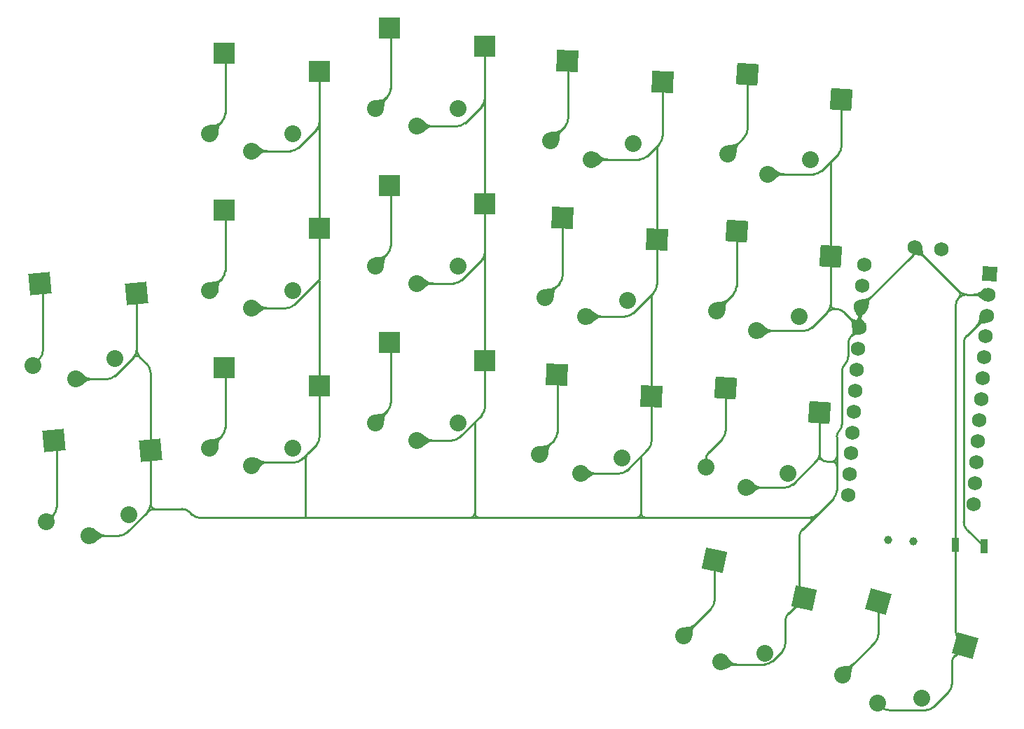
<source format=gbr>
%TF.GenerationSoftware,KiCad,Pcbnew,(6.0.2)*%
%TF.CreationDate,2022-03-14T22:31:34-07:00*%
%TF.ProjectId,polished,706f6c69-7368-4656-942e-6b696361645f,v1.0.0*%
%TF.SameCoordinates,Original*%
%TF.FileFunction,Copper,L2,Bot*%
%TF.FilePolarity,Positive*%
%FSLAX46Y46*%
G04 Gerber Fmt 4.6, Leading zero omitted, Abs format (unit mm)*
G04 Created by KiCad (PCBNEW (6.0.2)) date 2022-03-14 22:31:34*
%MOMM*%
%LPD*%
G01*
G04 APERTURE LIST*
G04 Aperture macros list*
%AMRotRect*
0 Rectangle, with rotation*
0 The origin of the aperture is its center*
0 $1 length*
0 $2 width*
0 $3 Rotation angle, in degrees counterclockwise*
0 Add horizontal line*
21,1,$1,$2,0,0,$3*%
G04 Aperture macros list end*
%TA.AperFunction,WasherPad*%
%ADD10C,1.000000*%
%TD*%
%TA.AperFunction,ComponentPad*%
%ADD11C,1.752600*%
%TD*%
%TA.AperFunction,ComponentPad*%
%ADD12C,2.032000*%
%TD*%
%TA.AperFunction,SMDPad,CuDef*%
%ADD13R,2.600000X2.600000*%
%TD*%
%TA.AperFunction,SMDPad,CuDef*%
%ADD14R,0.900000X1.700000*%
%TD*%
%TA.AperFunction,SMDPad,CuDef*%
%ADD15RotRect,2.600000X2.600000X344.000000*%
%TD*%
%TA.AperFunction,SMDPad,CuDef*%
%ADD16RotRect,2.600000X2.600000X358.000000*%
%TD*%
%TA.AperFunction,ComponentPad*%
%ADD17RotRect,1.752600X1.752600X266.000000*%
%TD*%
%TA.AperFunction,SMDPad,CuDef*%
%ADD18RotRect,2.600000X2.600000X5.000000*%
%TD*%
%TA.AperFunction,SMDPad,CuDef*%
%ADD19RotRect,2.600000X2.600000X348.000000*%
%TD*%
%TA.AperFunction,SMDPad,CuDef*%
%ADD20RotRect,2.600000X2.600000X356.000000*%
%TD*%
%TA.AperFunction,Conductor*%
%ADD21C,0.250000*%
%TD*%
G04 APERTURE END LIST*
D10*
%TO.P,T1,*%
%TO.N,*%
X97125188Y-6377716D03*
X100117880Y-6586986D03*
%TD*%
D11*
%TO.P,,2*%
%TO.N,GND*%
X100329764Y28984885D03*
%TO.P,,1*%
%TO.N,pos*%
X103561872Y28758875D03*
%TD*%
D12*
%TO.P,S22,1*%
%TO.N,P18*%
X66273256Y41537464D03*
X56279348Y41886459D03*
%TO.P,S22,2*%
%TO.N,GND*%
X61203013Y39613241D03*
X61203013Y39613241D03*
%TD*%
%TO.P,S30,1*%
%TO.N,P10*%
X82155679Y-20075747D03*
X72374203Y-17996629D03*
%TO.P,S30,2*%
%TO.N,GND*%
X76828326Y-21090299D03*
X76828326Y-21090299D03*
%TD*%
%TO.P,S10,1*%
%TO.N,P5*%
X15082739Y42732796D03*
X25082739Y42732796D03*
%TO.P,S10,2*%
%TO.N,GND*%
X20082739Y40632796D03*
X20082739Y40632796D03*
%TD*%
%TO.P,S6,1*%
%TO.N,P7*%
X15082739Y4732796D03*
X25082739Y4732796D03*
%TO.P,S6,2*%
%TO.N,GND*%
X20082739Y2632796D03*
X20082739Y2632796D03*
%TD*%
D13*
%TO.P,S13,1*%
%TO.N,P3*%
X36807739Y36482796D03*
%TO.P,S13,2*%
%TO.N,GND*%
X48357739Y34282796D03*
%TD*%
D14*
%TO.P,,1*%
%TO.N,GND*%
X105255335Y-6946231D03*
%TO.P,,2*%
%TO.N,RST*%
X108647053Y-7183403D03*
%TD*%
D15*
%TO.P,S31,1*%
%TO.N,P16*%
X95901956Y-13833391D03*
%TO.P,S31,2*%
%TO.N,GND*%
X106398127Y-19131778D03*
%TD*%
D16*
%TO.P,S17,1*%
%TO.N,P20*%
X57017386Y13593467D03*
%TO.P,S17,2*%
%TO.N,GND*%
X68483571Y10991718D03*
%TD*%
D17*
%TO.P,MCU1,1*%
%TO.N,RAW*%
X109370772Y25816498D03*
D11*
%TO.P,MCU1,2*%
%TO.N,GND*%
X109193591Y23282686D03*
%TO.P,MCU1,3*%
%TO.N,RST*%
X109016409Y20748873D03*
%TO.P,MCU1,4*%
%TO.N,VCC*%
X108839228Y18215060D03*
%TO.P,MCU1,5*%
%TO.N,P21*%
X108662046Y15681248D03*
%TO.P,MCU1,6*%
%TO.N,P20*%
X108484865Y13147435D03*
%TO.P,MCU1,7*%
%TO.N,P19*%
X108307683Y10613622D03*
%TO.P,MCU1,8*%
%TO.N,P18*%
X108130502Y8079810D03*
%TO.P,MCU1,9*%
%TO.N,P15*%
X107953320Y5545997D03*
%TO.P,MCU1,10*%
%TO.N,P14*%
X107776139Y3012184D03*
%TO.P,MCU1,11*%
%TO.N,P16*%
X107598958Y478372D03*
%TO.P,MCU1,12*%
%TO.N,P10*%
X107421776Y-2055441D03*
%TO.P,MCU1,13*%
%TO.N,P1*%
X94167896Y26879587D03*
%TO.P,MCU1,14*%
%TO.N,P0*%
X93990714Y24345774D03*
%TO.P,MCU1,15*%
%TO.N,GND*%
X93813533Y21811962D03*
%TO.P,MCU1,16*%
X93636352Y19278149D03*
%TO.P,MCU1,17*%
%TO.N,P2*%
X93459170Y16744336D03*
%TO.P,MCU1,18*%
%TO.N,P3*%
X93281989Y14210524D03*
%TO.P,MCU1,19*%
%TO.N,P4*%
X93104807Y11676711D03*
%TO.P,MCU1,20*%
%TO.N,P5*%
X92927626Y9142898D03*
%TO.P,MCU1,21*%
%TO.N,P6*%
X92750444Y6609086D03*
%TO.P,MCU1,22*%
%TO.N,P7*%
X92573263Y4075273D03*
%TO.P,MCU1,23*%
%TO.N,P8*%
X92396081Y1541460D03*
%TO.P,MCU1,24*%
%TO.N,P9*%
X92218900Y-992352D03*
%TD*%
D12*
%TO.P,S20,1*%
%TO.N,P19*%
X55616257Y22898034D03*
X65610165Y22549039D03*
%TO.P,S20,2*%
%TO.N,GND*%
X60539922Y20624816D03*
X60539922Y20624816D03*
%TD*%
D18*
%TO.P,S3,1*%
%TO.N,P8*%
X-5437073Y24569622D03*
%TO.P,S3,2*%
%TO.N,GND*%
X6260718Y23384643D03*
%TD*%
%TO.P,S1,1*%
%TO.N,P9*%
X-3781114Y5641923D03*
%TO.P,S1,2*%
%TO.N,GND*%
X7916677Y4456944D03*
%TD*%
D16*
%TO.P,S21,1*%
%TO.N,P18*%
X58343567Y51570318D03*
%TO.P,S21,2*%
%TO.N,GND*%
X69809752Y48968569D03*
%TD*%
D12*
%TO.P,S16,1*%
%TO.N,P2*%
X45082739Y45732796D03*
X35082739Y45732796D03*
%TO.P,S16,2*%
%TO.N,GND*%
X40082739Y43632796D03*
X40082739Y43632796D03*
%TD*%
%TO.P,S18,1*%
%TO.N,P20*%
X64947075Y3560613D03*
X54953167Y3909608D03*
%TO.P,S18,2*%
%TO.N,GND*%
X59876832Y1636390D03*
X59876832Y1636390D03*
%TD*%
D16*
%TO.P,S19,1*%
%TO.N,P19*%
X57680476Y32581893D03*
%TO.P,S19,2*%
%TO.N,GND*%
X69146661Y29980144D03*
%TD*%
D19*
%TO.P,S29,1*%
%TO.N,P10*%
X76088646Y-8818339D03*
%TO.P,S29,2*%
%TO.N,GND*%
X86928845Y-13371644D03*
%TD*%
D20*
%TO.P,S23,1*%
%TO.N,P0*%
X77433533Y11990649D03*
%TO.P,S23,2*%
%TO.N,GND*%
X88801933Y8990320D03*
%TD*%
D13*
%TO.P,S9,1*%
%TO.N,P5*%
X16807739Y52482796D03*
%TO.P,S9,2*%
%TO.N,GND*%
X28357739Y50282796D03*
%TD*%
%TO.P,S11,1*%
%TO.N,P4*%
X36807739Y17482796D03*
%TO.P,S11,2*%
%TO.N,GND*%
X48357739Y15282796D03*
%TD*%
D12*
%TO.P,S4,1*%
%TO.N,P8*%
X3656206Y15577938D03*
X-6305741Y14706380D03*
%TO.P,S4,2*%
%TO.N,GND*%
X-1141740Y13050150D03*
X-1141740Y13050150D03*
%TD*%
D20*
%TO.P,S27,1*%
%TO.N,P21*%
X80084278Y49898083D03*
%TO.P,S27,2*%
%TO.N,GND*%
X91452678Y46897754D03*
%TD*%
D12*
%TO.P,S12,1*%
%TO.N,P4*%
X35082739Y7732796D03*
X45082739Y7732796D03*
%TO.P,S12,2*%
%TO.N,GND*%
X40082739Y5632796D03*
X40082739Y5632796D03*
%TD*%
D13*
%TO.P,S5,1*%
%TO.N,P7*%
X16807739Y14482796D03*
%TO.P,S5,2*%
%TO.N,GND*%
X28357739Y12282796D03*
%TD*%
D12*
%TO.P,S2,1*%
%TO.N,P9*%
X5312165Y-3349761D03*
X-4649782Y-4221319D03*
%TO.P,S2,2*%
%TO.N,GND*%
X514219Y-5877549D03*
X514219Y-5877549D03*
%TD*%
%TO.P,S26,1*%
%TO.N,P1*%
X76357982Y21338446D03*
X86333623Y20640881D03*
%TO.P,S26,2*%
%TO.N,GND*%
X81199314Y18894779D03*
X81199314Y18894779D03*
%TD*%
%TO.P,S14,1*%
%TO.N,P3*%
X45082739Y26732796D03*
X35082739Y26732796D03*
%TO.P,S14,2*%
%TO.N,GND*%
X40082739Y24632796D03*
X40082739Y24632796D03*
%TD*%
%TO.P,S8,1*%
%TO.N,P6*%
X15082739Y23732796D03*
X25082739Y23732796D03*
%TO.P,S8,2*%
%TO.N,GND*%
X20082739Y21632796D03*
X20082739Y21632796D03*
%TD*%
%TO.P,S28,1*%
%TO.N,P21*%
X87658995Y39594598D03*
X77683354Y40292163D03*
%TO.P,S28,2*%
%TO.N,GND*%
X82524686Y37848496D03*
X82524686Y37848496D03*
%TD*%
%TO.P,S32,1*%
%TO.N,P16*%
X101168933Y-25486591D03*
X91556317Y-22730218D03*
%TO.P,S32,2*%
%TO.N,GND*%
X95783786Y-26127054D03*
X95783786Y-26127054D03*
%TD*%
D13*
%TO.P,S7,1*%
%TO.N,P6*%
X16807739Y33482796D03*
%TO.P,S7,2*%
%TO.N,GND*%
X28357739Y31282796D03*
%TD*%
D20*
%TO.P,S25,1*%
%TO.N,P1*%
X78758906Y30944366D03*
%TO.P,S25,2*%
%TO.N,GND*%
X90127306Y27944037D03*
%TD*%
D12*
%TO.P,S24,1*%
%TO.N,P0*%
X75032609Y2384729D03*
X85008250Y1687164D03*
%TO.P,S24,2*%
%TO.N,GND*%
X79873941Y-58938D03*
X79873941Y-58938D03*
%TD*%
D13*
%TO.P,S15,1*%
%TO.N,P2*%
X36807739Y55482796D03*
%TO.P,S15,2*%
%TO.N,GND*%
X48357739Y53282796D03*
%TD*%
D21*
%TO.N,P9*%
X-3831735Y-3403272D02*
X-4649782Y-4221319D01*
X-3607200Y5468009D02*
X-3781114Y5641923D01*
X-3433287Y5048145D02*
X-3433287Y-2441333D01*
X-3831735Y-3403272D02*
G75*
G03*
X-3433287Y-2441333I-961940J961939D01*
G01*
X-3433288Y5048145D02*
G75*
G03*
X-3607201Y5468008I-593775J1D01*
G01*
%TO.N,GND*%
X47092666Y-3207334D02*
X47092666Y7846954D01*
X48357739Y34868582D02*
X48357739Y46059904D01*
X86892500Y-13407988D02*
X85058686Y-15241802D01*
X5862269Y15708852D02*
X3602015Y13448598D01*
X11713416Y-2641019D02*
X8480167Y-2641019D01*
X26700070Y-3707334D02*
X13906712Y-3707334D01*
X28260415Y25014702D02*
X25276957Y22031244D01*
X90127306Y28529823D02*
X90127306Y39327306D01*
X88801933Y3930616D02*
X88801933Y8990320D01*
X7916677Y3871158D02*
X7916677Y-2141019D01*
X84660238Y-16203741D02*
X84660238Y-18916271D01*
X26845261Y-3707334D02*
X26700070Y-3707334D01*
X105255335Y-17425495D02*
X105255335Y-7532017D01*
X28357739Y24936382D02*
X28357739Y12868582D01*
X65275129Y20624816D02*
X60539922Y20624816D01*
X87561271Y-3707334D02*
X67793120Y-3707334D01*
X28357739Y12868582D02*
X28357739Y11697010D01*
X66989750Y39613241D02*
X61203013Y39613241D01*
X7916677Y5042730D02*
X7916677Y3871158D01*
X45276957Y6031244D02*
X47959290Y8713577D01*
X28357739Y43192760D02*
X28357739Y31868582D01*
X93282798Y18924595D02*
X92656807Y18298604D01*
X104783711Y-23827957D02*
X104783711Y-21309684D01*
X48357739Y28427358D02*
X48357739Y27436593D01*
X26245355Y3385355D02*
X26258453Y3398453D01*
X26845261Y-3707334D02*
X46592666Y-3707334D01*
X68483571Y11577504D02*
X68483571Y10405932D01*
X64572899Y1636390D02*
X59876832Y1636390D01*
X44315018Y5632796D02*
X40082739Y5632796D01*
X47678452Y-3707334D02*
X66707334Y-3707334D01*
X20259794Y2809851D02*
X20082739Y2632796D01*
X48357739Y15868582D02*
X48357739Y14697010D01*
X7518228Y14849790D02*
X6614271Y15753747D01*
X48357739Y47050669D02*
X48357739Y46059904D01*
X86758448Y-5073647D02*
X87838399Y-3993696D01*
X67951689Y40011689D02*
X69411303Y41471303D01*
X90883589Y-385016D02*
X90883589Y2596411D01*
X86360000Y-12297765D02*
X86360000Y-6035586D01*
X105653783Y-18387434D02*
X106044573Y-18778224D01*
X86644422Y-12984422D02*
X86892500Y-13232500D01*
X69809752Y42433242D02*
X69809752Y48968569D01*
X86911288Y18894779D02*
X81199314Y18894779D01*
X28357739Y6061229D02*
X28357739Y11697010D01*
X106044573Y-19485330D02*
X105182159Y-20347745D01*
X20687244Y2986907D02*
X25283416Y2986907D01*
X48357739Y27436593D02*
X48357739Y15868582D01*
X26670000Y-3532072D02*
X26670000Y3405021D01*
X105678409Y22929132D02*
X105643649Y22894372D01*
X68483571Y11577504D02*
X68483571Y23269767D01*
X28357739Y25157904D02*
X28357739Y30697010D01*
X28357739Y44183525D02*
X28357739Y43192760D01*
X26258453Y3398453D02*
X27068448Y4208448D01*
X105255335Y-6360445D02*
X105255335Y-7532017D01*
X47678452Y-3707334D02*
X46592666Y-3707334D01*
X96213294Y-26556562D02*
X95783786Y-26127054D01*
X68483571Y5547061D02*
X68483571Y10405932D01*
X48357739Y9675516D02*
X48357739Y14697010D01*
X69146661Y24496347D02*
X69146661Y29394358D01*
X5078595Y-5479100D02*
X7518228Y-3039467D01*
X105255335Y21956899D02*
X105255335Y-6360445D01*
X93636352Y21509495D02*
X93636352Y19841639D01*
X88538975Y-3293120D02*
X90485140Y-1346955D01*
X91452678Y41216168D02*
X91452678Y46897754D01*
X12675355Y-3039467D02*
X12944773Y-3308885D01*
X27959290Y5099290D02*
X27068448Y4208448D01*
X92258359Y17336665D02*
X92258359Y15771143D01*
X69146661Y30565930D02*
X69146661Y29394358D01*
X44585472Y24632796D02*
X40082739Y24632796D01*
X7916677Y13887851D02*
X7916677Y5042730D01*
X87873227Y19293227D02*
X89728857Y21148857D01*
X24829305Y40632796D02*
X20082739Y40632796D01*
X93349988Y19564511D02*
X91765643Y21148857D01*
X82160251Y-21416258D02*
X77154285Y-21416258D01*
X48357739Y28427358D02*
X48357739Y33697010D01*
X84594427Y-58937D02*
X79873941Y-58938D01*
X106581121Y23282686D02*
X109193591Y23282686D01*
X90883589Y6086976D02*
X90883589Y3682197D01*
X89636138Y3096411D02*
X90383589Y3096411D01*
X91054229Y40254229D02*
X89046944Y38246944D01*
X2640076Y13050150D02*
X-1141740Y13050150D01*
X48357739Y47050669D02*
X48357739Y53282796D01*
X68748212Y23534408D02*
X66237068Y21023264D01*
X28260415Y25014702D02*
X28325298Y25079584D01*
X101656657Y-26955011D02*
X97175233Y-26955011D01*
X88085005Y37848496D02*
X82524686Y37848496D01*
X44962161Y43632796D02*
X40082739Y43632796D01*
X102618596Y-26556562D02*
X104385262Y-24789896D01*
X90690796Y21547306D02*
X90803704Y21547306D01*
X88538975Y-3293120D02*
X87838399Y-3993696D01*
X90883589Y3682197D02*
X90883589Y2596411D01*
X67207334Y-3207334D02*
X67207334Y3707334D01*
X45924100Y44031244D02*
X47959290Y46066434D01*
X67793120Y-3707334D02*
X66707334Y-3707334D01*
X48357739Y34868582D02*
X48357739Y33697010D01*
X68085122Y4585122D02*
X65534838Y2034838D01*
X100561939Y28752709D02*
X105643649Y23671000D01*
X25791244Y41031244D02*
X27959290Y43199290D01*
X91503767Y13949396D02*
X91503767Y7584219D01*
X90127306Y22047305D02*
X90127306Y27358251D01*
X90127306Y28529823D02*
X90127306Y27358251D01*
X93902123Y21900552D02*
X93724942Y21723371D01*
X24315018Y21632796D02*
X20082739Y21632796D01*
X45547411Y25031244D02*
X47959290Y27443123D01*
X100097588Y28096017D02*
X93902123Y21900552D01*
X69146661Y30565930D02*
X69146661Y41206661D01*
X4116656Y-5877549D02*
X514219Y-5877549D01*
X83122190Y-21017809D02*
X84261789Y-19878210D01*
X28357739Y31868582D02*
X28357739Y30697010D01*
X88557600Y3340744D02*
X85556366Y339510D01*
X6260718Y16670791D02*
X6260718Y23384643D01*
X28357739Y44183525D02*
X28357739Y50282796D01*
X93636352Y21509495D02*
G75*
G02*
X93724942Y21723371I302457J4D01*
G01*
X26670000Y3405021D02*
G75*
G02*
X27068448Y4208448I1194101J-91681D01*
G01*
X28325298Y25014702D02*
G75*
G02*
X28325298Y25079584I32439J32441D01*
G01*
X6614272Y15753748D02*
G75*
G02*
X6260719Y16670791I933903J886728D01*
G01*
X105643648Y23670999D02*
G75*
G02*
X105678408Y22929133I-355188J-388390D01*
G01*
X90883590Y6086976D02*
G75*
G02*
X91193679Y6835597I1058707J2D01*
G01*
X44962161Y43632797D02*
G75*
G03*
X45924099Y44031245I0J1360387D01*
G01*
X104385262Y-24789896D02*
G75*
G03*
X104783711Y-23827957I-961945J961943D01*
G01*
X47959290Y27443123D02*
G75*
G02*
X48357739Y27436593I197448J-111663D01*
G01*
X89636138Y3096411D02*
G75*
G02*
X89046266Y3340744I-1J834201D01*
G01*
X90383589Y3096411D02*
G75*
G02*
X90883589Y2596411I-1J-500001D01*
G01*
X20259794Y2809851D02*
G75*
G02*
X20687244Y2986907I427452J-427453D01*
G01*
X13906712Y-3707334D02*
G75*
G02*
X12944773Y-3308885I2J1360389D01*
G01*
X91054229Y40254229D02*
G75*
G03*
X91452678Y41216168I-961940J961941D01*
G01*
X26845261Y-3707333D02*
G75*
G02*
X26721334Y-3656000I3J175267D01*
G01*
X65275129Y20624817D02*
G75*
G03*
X66237067Y21023265I0J1360387D01*
G01*
X7518228Y-3039467D02*
G75*
G02*
X8480167Y-2641019I961937J-961935D01*
G01*
X89046266Y3340744D02*
G75*
G02*
X88801933Y3930616I589868J589871D01*
G01*
X90690796Y21547306D02*
G75*
G02*
X90127306Y22047305I-29958J533759D01*
G01*
X66989750Y39613242D02*
G75*
G03*
X67951688Y40011690I0J1360387D01*
G01*
X67793120Y-3707333D02*
G75*
G02*
X67207334Y-3207334I-39753J546571D01*
G01*
X90803704Y21547306D02*
G75*
G02*
X91765643Y21148857I-4J-1360394D01*
G01*
X82160251Y-21416258D02*
G75*
G03*
X83122190Y-21017809I-4J1360394D01*
G01*
X48357739Y28427358D02*
G75*
G02*
X47959289Y27443124I-1387725J-10975D01*
G01*
X91881063Y14860270D02*
G75*
G03*
X92258359Y15771143I-910883J910877D01*
G01*
X2640076Y13050151D02*
G75*
G03*
X3602014Y13448599I0J1360387D01*
G01*
X93636352Y19841639D02*
G75*
G02*
X93349988Y19564512I-218573J-60660D01*
G01*
X90485140Y-1346955D02*
G75*
G03*
X90883589Y-385016I-961945J961943D01*
G01*
X105255336Y21956899D02*
G75*
G02*
X105643650Y22894371I1325784J1D01*
G01*
X44585472Y24632797D02*
G75*
G03*
X45547410Y25031245I0J1360387D01*
G01*
X90127306Y22047305D02*
G75*
G02*
X89728857Y21148857I-1287389J33362D01*
G01*
X93349987Y19564510D02*
G75*
G02*
X93282797Y18924596I-360685J-285613D01*
G01*
X91193678Y6835598D02*
G75*
G03*
X91503767Y7584219I-748625J748623D01*
G01*
X67207334Y-3207334D02*
G75*
G02*
X66707334Y-3707334I-500001J1D01*
G01*
X88085005Y37848497D02*
G75*
G03*
X89046943Y38246945I0J1360387D01*
G01*
X86911288Y18894780D02*
G75*
G03*
X87873226Y19293228I0J1360387D01*
G01*
X48357739Y47050669D02*
G75*
G02*
X47959289Y46066435I-1387725J-10975D01*
G01*
X105678409Y22929132D02*
G75*
G02*
X106581121Y23282686I879015J-915143D01*
G01*
X105653783Y-18387434D02*
G75*
G02*
X105255335Y-17425495I961940J961939D01*
G01*
X68748212Y23534408D02*
G75*
G03*
X69146661Y24496347I-961940J961941D01*
G01*
X47678452Y-3707333D02*
G75*
G02*
X47092666Y-3207334I-39753J546571D01*
G01*
X28357739Y44183525D02*
G75*
G02*
X27959289Y43199291I-1387725J-10975D01*
G01*
X97175233Y-26955011D02*
G75*
G02*
X96213294Y-26556562I2J1360389D01*
G01*
X86928845Y-13320244D02*
G75*
G03*
X86892500Y-13232500I-124090J-1D01*
G01*
X100097588Y28096017D02*
G75*
G03*
X100329764Y28656539I-560523J560523D01*
G01*
X26721333Y-3656001D02*
G75*
G02*
X26670000Y-3532072I123933J123931D01*
G01*
X28260415Y25014702D02*
G75*
G02*
X28325298Y25014702I32441J-32444D01*
G01*
X28357739Y24936382D02*
G75*
G03*
X28325298Y25014702I-110773J-5D01*
G01*
X69411303Y41471303D02*
G75*
G03*
X69809752Y42433242I-961940J961941D01*
G01*
X6260718Y16670791D02*
G75*
G02*
X5862269Y15708852I-1360389J2D01*
G01*
X92258360Y17336665D02*
G75*
G02*
X92656808Y18298603I1360387J0D01*
G01*
X47959290Y8713577D02*
G75*
G03*
X48357739Y9675516I-961940J961941D01*
G01*
X88801932Y3930616D02*
G75*
G02*
X88557599Y3340745I-834212J3D01*
G01*
X93282798Y18924595D02*
G75*
G03*
X93636351Y19841639I-933910J886732D01*
G01*
X100329765Y28656539D02*
G75*
G02*
X100561938Y28752708I136004J0D01*
G01*
X24315018Y21632797D02*
G75*
G03*
X25276956Y22031245I0J1360387D01*
G01*
X88538975Y-3293120D02*
G75*
G02*
X87561271Y-3707334I-989031J973508D01*
G01*
X24829305Y40632797D02*
G75*
G03*
X25791243Y41031245I0J1360387D01*
G01*
X104783712Y-21309684D02*
G75*
G02*
X105182160Y-20347746I1360382J2D01*
G01*
X106581121Y23282686D02*
G75*
G02*
X105643649Y23671000I-4J1325775D01*
G01*
X101656657Y-26955011D02*
G75*
G03*
X102618596Y-26556562I-4J1360394D01*
G01*
X88557600Y3340744D02*
G75*
G02*
X89046266Y3340744I244333J-244333D01*
G01*
X68085122Y4585122D02*
G75*
G03*
X68483571Y5547061I-961940J961941D01*
G01*
X27959290Y5099290D02*
G75*
G03*
X28357739Y6061229I-961940J961941D01*
G01*
X84660239Y-16203741D02*
G75*
G02*
X85058687Y-15241803I1360382J2D01*
G01*
X84594427Y-58936D02*
G75*
G03*
X85556365Y339511I4J1360380D01*
G01*
X25283416Y2986908D02*
G75*
G03*
X26245354Y3385356I0J1360387D01*
G01*
X5862269Y15708852D02*
G75*
G02*
X6614270Y15753746I398609J-356244D01*
G01*
X91503767Y13949396D02*
G75*
G02*
X91881063Y14860270I1288173J-1D01*
G01*
X27959290Y43199290D02*
G75*
G02*
X28357739Y43192760I197448J-111663D01*
G01*
X84261789Y-19878210D02*
G75*
G03*
X84660238Y-18916271I-961945J961943D01*
G01*
X87561271Y-3707335D02*
G75*
G02*
X87838399Y-3993696I60661J-218571D01*
G01*
X26721333Y-3656001D02*
G75*
G02*
X26700070Y-3707334I-21263J-21263D01*
G01*
X106044572Y-19485329D02*
G75*
G03*
X106044572Y-18778225I-353554J353552D01*
G01*
X86360001Y-6035586D02*
G75*
G02*
X86758449Y-5073648I1360382J2D01*
G01*
X7916677Y13887851D02*
G75*
G03*
X7518228Y14849790I-1360394J-4D01*
G01*
X11713416Y-2641020D02*
G75*
G02*
X12675354Y-3039468I0J-1360387D01*
G01*
X64572899Y1636391D02*
G75*
G03*
X65534837Y2034839I0J1360387D01*
G01*
X86644422Y-12984422D02*
G75*
G02*
X86360000Y-12297765I686649J686653D01*
G01*
X4116656Y-5877549D02*
G75*
G03*
X5078595Y-5479100I-4J1360394D01*
G01*
X47092666Y-3207334D02*
G75*
G02*
X46592666Y-3707334I-500001J1D01*
G01*
X26258453Y3398453D02*
G75*
G02*
X26670000Y3405021I207649J-114227D01*
G01*
X90883588Y3682197D02*
G75*
G02*
X90383589Y3096411I-546571J-39753D01*
G01*
X8480167Y-2641018D02*
G75*
G02*
X7916677Y-2141019I-29957J533760D01*
G01*
X44315018Y5632797D02*
G75*
G03*
X45276956Y6031245I0J1360387D01*
G01*
X7916677Y-2141019D02*
G75*
G02*
X7518228Y-3039467I-1287394J33364D01*
G01*
X28325298Y25079584D02*
G75*
G03*
X28357739Y25157904I-78328J78323D01*
G01*
X89728857Y21148857D02*
G75*
G02*
X90690796Y21547306I961941J-961940D01*
G01*
X47959290Y46066434D02*
G75*
G02*
X48357739Y46059904I197448J-111663D01*
G01*
X86892500Y-13407988D02*
G75*
G03*
X86928845Y-13320244I-87745J87745D01*
G01*
%TO.N,P8*%
X-5487694Y15524426D02*
X-6305741Y14706380D01*
X-5263159Y24395708D02*
X-5437073Y24569622D01*
X-5089246Y23975844D02*
X-5089246Y16486365D01*
X-5089247Y23975844D02*
G75*
G03*
X-5263160Y24395707I-593775J1D01*
G01*
X-5487694Y15524426D02*
G75*
G03*
X-5089246Y16486365I-961935J961937D01*
G01*
%TO.N,P7*%
X16957260Y14227547D02*
X16957260Y7170807D01*
X16558811Y6208868D02*
X15082739Y4732796D01*
X16882499Y14408035D02*
X16807739Y14482796D01*
X16558811Y6208868D02*
G75*
G03*
X16957260Y7170807I-961940J961941D01*
G01*
X16957259Y14227547D02*
G75*
G03*
X16882498Y14408034I-255252J-2D01*
G01*
%TO.N,P6*%
X16882499Y33408035D02*
X16807739Y33482796D01*
X16558811Y25208868D02*
X15082739Y23732796D01*
X16957260Y33227547D02*
X16957260Y26170807D01*
X16558811Y25208868D02*
G75*
G03*
X16957260Y26170807I-961940J961941D01*
G01*
X16957259Y33227547D02*
G75*
G03*
X16882498Y33408034I-255252J-2D01*
G01*
%TO.N,P5*%
X16882499Y52408035D02*
X16807739Y52482796D01*
X16558811Y44208868D02*
X15082739Y42732796D01*
X16957260Y52227547D02*
X16957260Y45170807D01*
X16558811Y44208868D02*
G75*
G03*
X16957260Y45170807I-961940J961941D01*
G01*
X16957259Y52227547D02*
G75*
G03*
X16882498Y52408034I-255252J-2D01*
G01*
%TO.N,P4*%
X36957260Y17227547D02*
X36957260Y10170807D01*
X36558811Y9208868D02*
X35082739Y7732796D01*
X36882499Y17408035D02*
X36807739Y17482796D01*
X36558811Y9208868D02*
G75*
G03*
X36957260Y10170807I-961940J961941D01*
G01*
X36957259Y17227547D02*
G75*
G03*
X36882498Y17408034I-255252J-2D01*
G01*
%TO.N,P3*%
X36558811Y28208868D02*
X35082739Y26732796D01*
X36882499Y36408035D02*
X36807739Y36482796D01*
X36957260Y36227547D02*
X36957260Y29170807D01*
X36957259Y36227547D02*
G75*
G03*
X36882498Y36408034I-255252J-2D01*
G01*
X36558811Y28208868D02*
G75*
G03*
X36957260Y29170807I-961940J961941D01*
G01*
%TO.N,P2*%
X36558811Y47208868D02*
X35082739Y45732796D01*
X36957260Y55227547D02*
X36957260Y48170807D01*
X36882499Y55408035D02*
X36807739Y55482796D01*
X36558811Y47208868D02*
G75*
G03*
X36957260Y48170807I-961940J961941D01*
G01*
X36957259Y55227547D02*
G75*
G03*
X36882498Y55408034I-255252J-2D01*
G01*
%TO.N,P19*%
X57355820Y24637597D02*
X55616257Y22898034D01*
X57717372Y32544996D02*
X57680476Y32581893D01*
X57754269Y32455920D02*
X57754269Y25599536D01*
X57754269Y32455920D02*
G75*
G03*
X57717372Y32544996I-125983J-5D01*
G01*
X57355820Y24637597D02*
G75*
G03*
X57754269Y25599536I-961940J961941D01*
G01*
%TO.N,P20*%
X57091179Y13467494D02*
X57091179Y6611110D01*
X57054282Y13556570D02*
X57017386Y13593467D01*
X56692730Y5649171D02*
X54953167Y3909608D01*
X56692730Y5649171D02*
G75*
G03*
X57091179Y6611110I-961940J961941D01*
G01*
X57091179Y13467494D02*
G75*
G03*
X57054282Y13556570I-125983J-5D01*
G01*
%TO.N,P21*%
X80084407Y49897953D02*
X80084278Y49898083D01*
X79686088Y42294897D02*
X77683354Y40292163D01*
X80084537Y49897640D02*
X80084537Y43256836D01*
X80084537Y49897640D02*
G75*
G03*
X80084407Y49897953I-446J-2D01*
G01*
X79686088Y42294897D02*
G75*
G03*
X80084537Y43256836I-961940J961941D01*
G01*
%TO.N,P18*%
X58417360Y51444345D02*
X58417360Y44587961D01*
X58018911Y43626022D02*
X56279348Y41886459D01*
X58380463Y51533421D02*
X58343567Y51570318D01*
X58018911Y43626022D02*
G75*
G03*
X58417360Y44587961I-961940J961941D01*
G01*
X58417360Y51444345D02*
G75*
G03*
X58380463Y51533421I-125983J-5D01*
G01*
%TO.N,P10*%
X76088646Y-13718696D02*
X76088646Y-8818339D01*
X75690197Y-14680635D02*
X72374203Y-17996630D01*
X75690197Y-14680635D02*
G75*
G03*
X76088646Y-13718696I-961945J961943D01*
G01*
%TO.N,P16*%
X95503507Y-18783026D02*
X91556316Y-22730218D01*
X95901956Y-17821087D02*
X95901956Y-13833391D01*
X95503507Y-18783026D02*
G75*
G03*
X95901956Y-17821087I-961945J961943D01*
G01*
%TO.N,RST*%
X106619413Y-5155763D02*
X108647053Y-7183403D01*
X106619413Y18351877D02*
X109016409Y20748873D01*
X106220965Y17389938D02*
X106220965Y-4193824D01*
X106220966Y17389938D02*
G75*
G02*
X106619414Y18351876I1360387J0D01*
G01*
X106619413Y-5155763D02*
G75*
G02*
X106220965Y-4193824I961940J961939D01*
G01*
%TO.N,P1*%
X78759035Y30944236D02*
X78758906Y30944366D01*
X78360716Y23341180D02*
X76357982Y21338446D01*
X78759165Y24303119D02*
X78759165Y30943923D01*
X78759165Y30943923D02*
G75*
G03*
X78759035Y30944236I-446J-2D01*
G01*
X78360716Y23341180D02*
G75*
G03*
X78759165Y24303119I-961940J961941D01*
G01*
%TO.N,P0*%
X77433662Y11990519D02*
X77433533Y11990649D01*
X77433792Y6786242D02*
X77433792Y11990206D01*
X75032609Y3258078D02*
X75032609Y2384729D01*
X75431057Y4220017D02*
X77035343Y5824303D01*
X75032610Y3258078D02*
G75*
G02*
X75431058Y4220016I1360387J0D01*
G01*
X77035343Y5824303D02*
G75*
G03*
X77433792Y6786242I-961940J961941D01*
G01*
X77433792Y11990206D02*
G75*
G03*
X77433662Y11990519I-446J-2D01*
G01*
%TD*%
%TA.AperFunction,Conductor*%
%TO.N,P5*%
G36*
X16434789Y44245940D02*
G01*
X16595883Y44084846D01*
X16599310Y44076573D01*
X16596314Y44068756D01*
X16442969Y43898034D01*
X16416901Y43860093D01*
X16343903Y43753847D01*
X16329870Y43733423D01*
X16255277Y43578721D01*
X16210036Y43429477D01*
X16184995Y43281239D01*
X16184976Y43281035D01*
X16184975Y43281026D01*
X16171002Y43129558D01*
X16158921Y42970194D01*
X16158881Y42969769D01*
X16139600Y42798483D01*
X16139468Y42797614D01*
X16103897Y42609902D01*
X16103633Y42608800D01*
X16044878Y42407620D01*
X16039269Y42400639D01*
X16033876Y42399202D01*
X15935997Y42397289D01*
X14735694Y42373824D01*
X14727355Y42377089D01*
X14723767Y42385751D01*
X14749145Y43683933D01*
X14752733Y43692137D01*
X14757563Y43694935D01*
X14958743Y43753690D01*
X14959843Y43753953D01*
X15147561Y43789526D01*
X15148422Y43789656D01*
X15240777Y43800053D01*
X15319712Y43808938D01*
X15320137Y43808978D01*
X15479501Y43821059D01*
X15630969Y43835032D01*
X15630978Y43835033D01*
X15631182Y43835052D01*
X15779420Y43860093D01*
X15779769Y43860199D01*
X15779774Y43860200D01*
X15849689Y43881394D01*
X15928664Y43905334D01*
X16083366Y43979927D01*
X16083723Y43980172D01*
X16083726Y43980174D01*
X16156985Y44030508D01*
X16247977Y44093026D01*
X16418699Y44246371D01*
X16427142Y44249350D01*
X16434789Y44245940D01*
G37*
%TD.AperFunction*%
%TD*%
%TA.AperFunction,Conductor*%
%TO.N,GND*%
G36*
X94978635Y23138117D02*
G01*
X95139688Y22977064D01*
X95143115Y22968791D01*
X95140099Y22960950D01*
X95007837Y22814464D01*
X94908355Y22672411D01*
X94841440Y22539142D01*
X94799430Y22410753D01*
X94774664Y22283342D01*
X94774638Y22283116D01*
X94759478Y22153008D01*
X94746229Y22016037D01*
X94746188Y22015671D01*
X94727251Y21868351D01*
X94727120Y21867554D01*
X94694888Y21705958D01*
X94694635Y21704932D01*
X94643727Y21532598D01*
X94638096Y21525635D01*
X94632735Y21524215D01*
X94538804Y21522378D01*
X93503715Y21502144D01*
X93518986Y22283342D01*
X93525786Y22631164D01*
X93529374Y22639368D01*
X93534169Y22642156D01*
X93706503Y22693064D01*
X93707529Y22693317D01*
X93745400Y22700871D01*
X93869136Y22725551D01*
X93869912Y22725678D01*
X93941201Y22734842D01*
X94017242Y22744617D01*
X94017608Y22744658D01*
X94154553Y22757904D01*
X94154574Y22757907D01*
X94154579Y22757907D01*
X94284913Y22773093D01*
X94412324Y22797859D01*
X94540713Y22839869D01*
X94673982Y22906784D01*
X94816035Y23006266D01*
X94962521Y23138528D01*
X94970958Y23141529D01*
X94978635Y23138117D01*
G37*
%TD.AperFunction*%
%TD*%
%TA.AperFunction,Conductor*%
%TO.N,GND*%
G36*
X20533140Y22543066D02*
G01*
X20716938Y22442359D01*
X20717904Y22441767D01*
X20875798Y22334178D01*
X20876506Y22333656D01*
X21011260Y22226172D01*
X21011582Y22225905D01*
X21132811Y22121761D01*
X21249961Y22024400D01*
X21250141Y22024272D01*
X21372192Y21937496D01*
X21372200Y21937491D01*
X21372487Y21937287D01*
X21510009Y21863746D01*
X21510444Y21863594D01*
X21671716Y21807251D01*
X21671719Y21807250D01*
X21672146Y21807101D01*
X21868516Y21770676D01*
X22097666Y21758390D01*
X22105743Y21754525D01*
X22108739Y21746707D01*
X22108739Y21518885D01*
X22105312Y21510612D01*
X22097666Y21507202D01*
X21868516Y21494915D01*
X21672146Y21458490D01*
X21671719Y21458341D01*
X21671716Y21458340D01*
X21510444Y21401997D01*
X21510009Y21401845D01*
X21372487Y21328304D01*
X21372200Y21328100D01*
X21372192Y21328095D01*
X21250141Y21241319D01*
X21249961Y21241191D01*
X21249782Y21241042D01*
X21132871Y21143880D01*
X21132778Y21143802D01*
X21011588Y21039691D01*
X21011260Y21039419D01*
X20876506Y20931935D01*
X20875798Y20931413D01*
X20717904Y20823824D01*
X20716938Y20823232D01*
X20533140Y20722526D01*
X20524238Y20721556D01*
X20519408Y20724354D01*
X19755996Y21458490D01*
X19583508Y21624363D01*
X19579920Y21632567D01*
X19583508Y21641229D01*
X19718097Y21770656D01*
X20191495Y22225900D01*
X20519408Y22541238D01*
X20527747Y22544503D01*
X20533140Y22543066D01*
G37*
%TD.AperFunction*%
%TD*%
%TA.AperFunction,Conductor*%
%TO.N,GND*%
G36*
X20533140Y22543066D02*
G01*
X20716938Y22442359D01*
X20717904Y22441767D01*
X20875798Y22334178D01*
X20876506Y22333656D01*
X21011260Y22226172D01*
X21011582Y22225905D01*
X21132811Y22121761D01*
X21249961Y22024400D01*
X21250141Y22024272D01*
X21372192Y21937496D01*
X21372200Y21937491D01*
X21372487Y21937287D01*
X21510009Y21863746D01*
X21510444Y21863594D01*
X21671716Y21807251D01*
X21671719Y21807250D01*
X21672146Y21807101D01*
X21868516Y21770676D01*
X22097666Y21758390D01*
X22105743Y21754525D01*
X22108739Y21746707D01*
X22108739Y21518885D01*
X22105312Y21510612D01*
X22097666Y21507202D01*
X21868516Y21494915D01*
X21672146Y21458490D01*
X21671719Y21458341D01*
X21671716Y21458340D01*
X21510444Y21401997D01*
X21510009Y21401845D01*
X21372487Y21328304D01*
X21372200Y21328100D01*
X21372192Y21328095D01*
X21250141Y21241319D01*
X21249961Y21241191D01*
X21249782Y21241042D01*
X21132871Y21143880D01*
X21132778Y21143802D01*
X21011588Y21039691D01*
X21011260Y21039419D01*
X20876506Y20931935D01*
X20875798Y20931413D01*
X20717904Y20823824D01*
X20716938Y20823232D01*
X20533140Y20722526D01*
X20524238Y20721556D01*
X20519408Y20724354D01*
X19755996Y21458490D01*
X19583508Y21624363D01*
X19579920Y21632567D01*
X19583508Y21641229D01*
X19718097Y21770656D01*
X20191495Y22225900D01*
X20519408Y22541238D01*
X20527747Y22544503D01*
X20533140Y22543066D01*
G37*
%TD.AperFunction*%
%TD*%
%TA.AperFunction,Conductor*%
%TO.N,GND*%
G36*
X40533140Y6543066D02*
G01*
X40716938Y6442359D01*
X40717904Y6441767D01*
X40875798Y6334178D01*
X40876506Y6333656D01*
X41011260Y6226172D01*
X41011582Y6225905D01*
X41132811Y6121761D01*
X41249961Y6024400D01*
X41250141Y6024272D01*
X41372192Y5937496D01*
X41372200Y5937491D01*
X41372487Y5937287D01*
X41510009Y5863746D01*
X41510444Y5863594D01*
X41671716Y5807251D01*
X41671719Y5807250D01*
X41672146Y5807101D01*
X41868516Y5770676D01*
X42097666Y5758390D01*
X42105743Y5754525D01*
X42108739Y5746707D01*
X42108739Y5518885D01*
X42105312Y5510612D01*
X42097666Y5507202D01*
X41868516Y5494915D01*
X41672146Y5458490D01*
X41671719Y5458341D01*
X41671716Y5458340D01*
X41510444Y5401997D01*
X41510009Y5401845D01*
X41372487Y5328304D01*
X41372200Y5328100D01*
X41372192Y5328095D01*
X41250141Y5241319D01*
X41249961Y5241191D01*
X41249782Y5241042D01*
X41132871Y5143880D01*
X41132778Y5143802D01*
X41011588Y5039691D01*
X41011260Y5039419D01*
X40876506Y4931935D01*
X40875798Y4931413D01*
X40717904Y4823824D01*
X40716938Y4823232D01*
X40533140Y4722526D01*
X40524238Y4721556D01*
X40519408Y4724354D01*
X39755996Y5458490D01*
X39583508Y5624363D01*
X39579920Y5632567D01*
X39583508Y5641229D01*
X39718097Y5770656D01*
X40191495Y6225900D01*
X40519408Y6541238D01*
X40527747Y6544503D01*
X40533140Y6543066D01*
G37*
%TD.AperFunction*%
%TD*%
%TA.AperFunction,Conductor*%
%TO.N,GND*%
G36*
X100329234Y29288657D02*
G01*
X101148963Y29272632D01*
X101157166Y29269044D01*
X101159955Y29264244D01*
X101210566Y29092633D01*
X101210821Y29091596D01*
X101242705Y28930593D01*
X101242836Y28929786D01*
X101261377Y28782976D01*
X101261416Y28782626D01*
X101274226Y28646055D01*
X101288929Y28516106D01*
X101313174Y28389069D01*
X101354626Y28261069D01*
X101354820Y28260681D01*
X101402250Y28165687D01*
X101420950Y28128233D01*
X101421194Y28127883D01*
X101421195Y28127882D01*
X101492576Y28025678D01*
X101519810Y27986685D01*
X101651428Y27840804D01*
X101654426Y27832365D01*
X101651014Y27824693D01*
X101489955Y27663635D01*
X101481682Y27660208D01*
X101473844Y27663221D01*
X101328223Y27794603D01*
X101328219Y27794607D01*
X101327962Y27794838D01*
X101186414Y27893698D01*
X101186035Y27893887D01*
X101186032Y27893889D01*
X101120514Y27926602D01*
X101053578Y27960022D01*
X101030950Y27967350D01*
X100925916Y28001364D01*
X100925909Y28001366D01*
X100925578Y28001473D01*
X100798541Y28025718D01*
X100751187Y28031076D01*
X100668666Y28040413D01*
X100668630Y28040417D01*
X100668592Y28040421D01*
X100668548Y28040425D01*
X100668520Y28040428D01*
X100613511Y28045588D01*
X100532021Y28053232D01*
X100531693Y28053269D01*
X100384855Y28071813D01*
X100384060Y28071942D01*
X100223050Y28103827D01*
X100222014Y28104082D01*
X100050404Y28154694D01*
X100043438Y28160321D01*
X100042016Y28165687D01*
X100040160Y28260681D01*
X100026369Y28966120D01*
X100020184Y29282539D01*
X100023449Y29290878D01*
X100032111Y29294466D01*
X100329234Y29288657D01*
G37*
%TD.AperFunction*%
%TD*%
%TA.AperFunction,Conductor*%
%TO.N,GND*%
G36*
X81649715Y19805049D02*
G01*
X81833513Y19704342D01*
X81834479Y19703750D01*
X81992373Y19596161D01*
X81993081Y19595639D01*
X82127835Y19488155D01*
X82128157Y19487888D01*
X82249386Y19383744D01*
X82366536Y19286383D01*
X82366716Y19286255D01*
X82488767Y19199479D01*
X82488775Y19199474D01*
X82489062Y19199270D01*
X82626584Y19125729D01*
X82627019Y19125577D01*
X82788291Y19069234D01*
X82788294Y19069233D01*
X82788721Y19069084D01*
X82985091Y19032659D01*
X83214241Y19020373D01*
X83222318Y19016508D01*
X83225314Y19008690D01*
X83225314Y18780868D01*
X83221887Y18772595D01*
X83214241Y18769185D01*
X82985091Y18756898D01*
X82788721Y18720473D01*
X82788294Y18720324D01*
X82788291Y18720323D01*
X82627019Y18663980D01*
X82626584Y18663828D01*
X82489062Y18590287D01*
X82488775Y18590083D01*
X82488767Y18590078D01*
X82366716Y18503302D01*
X82366536Y18503174D01*
X82366357Y18503025D01*
X82249446Y18405863D01*
X82249353Y18405785D01*
X82128163Y18301674D01*
X82127835Y18301402D01*
X81993081Y18193918D01*
X81992373Y18193396D01*
X81834479Y18085807D01*
X81833513Y18085215D01*
X81649715Y17984509D01*
X81640813Y17983539D01*
X81635983Y17986337D01*
X80872571Y18720473D01*
X80700083Y18886346D01*
X80696495Y18894550D01*
X80700083Y18903212D01*
X80834672Y19032639D01*
X81308070Y19487883D01*
X81635983Y19803221D01*
X81644322Y19806486D01*
X81649715Y19805049D01*
G37*
%TD.AperFunction*%
%TD*%
%TA.AperFunction,Conductor*%
%TO.N,P10*%
G36*
X73726252Y-16483486D02*
G01*
X73887347Y-16644580D01*
X73890774Y-16652853D01*
X73887778Y-16660670D01*
X73734433Y-16831391D01*
X73691147Y-16894393D01*
X73659881Y-16939900D01*
X73621335Y-16996002D01*
X73546741Y-17150704D01*
X73501500Y-17299948D01*
X73476459Y-17448185D01*
X73476440Y-17448389D01*
X73476439Y-17448398D01*
X73462466Y-17599867D01*
X73450385Y-17759231D01*
X73450345Y-17759656D01*
X73431064Y-17930942D01*
X73430932Y-17931811D01*
X73395361Y-18119523D01*
X73395097Y-18120625D01*
X73336342Y-18321805D01*
X73330733Y-18328786D01*
X73325340Y-18330223D01*
X73195574Y-18332760D01*
X72027158Y-18355600D01*
X72018819Y-18352335D01*
X72015231Y-18343673D01*
X72040610Y-17045492D01*
X72044198Y-17037288D01*
X72049028Y-17034490D01*
X72250207Y-16975734D01*
X72251306Y-16975471D01*
X72439025Y-16939899D01*
X72439886Y-16939769D01*
X72532241Y-16929372D01*
X72611176Y-16920487D01*
X72611601Y-16920447D01*
X72770965Y-16908366D01*
X72922433Y-16894393D01*
X72922442Y-16894392D01*
X72922646Y-16894373D01*
X73070884Y-16869332D01*
X73071233Y-16869226D01*
X73071238Y-16869225D01*
X73141153Y-16848031D01*
X73220128Y-16824091D01*
X73374830Y-16749497D01*
X73375187Y-16749252D01*
X73375190Y-16749250D01*
X73504113Y-16660671D01*
X73539440Y-16636399D01*
X73710161Y-16483055D01*
X73718605Y-16480076D01*
X73726252Y-16483486D01*
G37*
%TD.AperFunction*%
%TD*%
%TA.AperFunction,Conductor*%
%TO.N,GND*%
G36*
X40533140Y44543066D02*
G01*
X40716938Y44442359D01*
X40717904Y44441767D01*
X40875798Y44334178D01*
X40876506Y44333656D01*
X41011260Y44226172D01*
X41011582Y44225905D01*
X41132811Y44121761D01*
X41249961Y44024400D01*
X41250141Y44024272D01*
X41372192Y43937496D01*
X41372200Y43937491D01*
X41372487Y43937287D01*
X41510009Y43863746D01*
X41510444Y43863594D01*
X41671716Y43807251D01*
X41671719Y43807250D01*
X41672146Y43807101D01*
X41868516Y43770676D01*
X42097666Y43758390D01*
X42105743Y43754525D01*
X42108739Y43746707D01*
X42108739Y43518885D01*
X42105312Y43510612D01*
X42097666Y43507202D01*
X41868516Y43494915D01*
X41672146Y43458490D01*
X41671719Y43458341D01*
X41671716Y43458340D01*
X41510444Y43401997D01*
X41510009Y43401845D01*
X41372487Y43328304D01*
X41372200Y43328100D01*
X41372192Y43328095D01*
X41250141Y43241319D01*
X41249961Y43241191D01*
X41249782Y43241042D01*
X41132871Y43143880D01*
X41132778Y43143802D01*
X41011588Y43039691D01*
X41011260Y43039419D01*
X40876506Y42931935D01*
X40875798Y42931413D01*
X40717904Y42823824D01*
X40716938Y42823232D01*
X40533140Y42722526D01*
X40524238Y42721556D01*
X40519408Y42724354D01*
X39755996Y43458490D01*
X39583508Y43624363D01*
X39579920Y43632567D01*
X39583508Y43641229D01*
X39718097Y43770656D01*
X40191495Y44225900D01*
X40519408Y44541238D01*
X40527747Y44544503D01*
X40533140Y44543066D01*
G37*
%TD.AperFunction*%
%TD*%
%TA.AperFunction,Conductor*%
%TO.N,GND*%
G36*
X20533140Y41543066D02*
G01*
X20716938Y41442359D01*
X20717904Y41441767D01*
X20875798Y41334178D01*
X20876506Y41333656D01*
X21011260Y41226172D01*
X21011582Y41225905D01*
X21132811Y41121761D01*
X21249961Y41024400D01*
X21250141Y41024272D01*
X21372192Y40937496D01*
X21372200Y40937491D01*
X21372487Y40937287D01*
X21510009Y40863746D01*
X21510444Y40863594D01*
X21671716Y40807251D01*
X21671719Y40807250D01*
X21672146Y40807101D01*
X21868516Y40770676D01*
X22097666Y40758390D01*
X22105743Y40754525D01*
X22108739Y40746707D01*
X22108739Y40518885D01*
X22105312Y40510612D01*
X22097666Y40507202D01*
X21868516Y40494915D01*
X21672146Y40458490D01*
X21671719Y40458341D01*
X21671716Y40458340D01*
X21510444Y40401997D01*
X21510009Y40401845D01*
X21372487Y40328304D01*
X21372200Y40328100D01*
X21372192Y40328095D01*
X21250141Y40241319D01*
X21249961Y40241191D01*
X21249782Y40241042D01*
X21132871Y40143880D01*
X21132778Y40143802D01*
X21011588Y40039691D01*
X21011260Y40039419D01*
X20876506Y39931935D01*
X20875798Y39931413D01*
X20717904Y39823824D01*
X20716938Y39823232D01*
X20533140Y39722526D01*
X20524238Y39721556D01*
X20519408Y39724354D01*
X19755996Y40458490D01*
X19583508Y40624363D01*
X19579920Y40632567D01*
X19583508Y40641229D01*
X19718097Y40770656D01*
X20191495Y41225900D01*
X20519408Y41541238D01*
X20527747Y41544503D01*
X20533140Y41543066D01*
G37*
%TD.AperFunction*%
%TD*%
%TA.AperFunction,Conductor*%
%TO.N,GND*%
G36*
X964620Y-4967279D02*
G01*
X1148418Y-5067985D01*
X1149384Y-5068577D01*
X1307278Y-5176166D01*
X1307986Y-5176688D01*
X1442740Y-5284172D01*
X1443062Y-5284439D01*
X1564291Y-5388583D01*
X1681441Y-5485944D01*
X1681621Y-5486072D01*
X1803672Y-5572848D01*
X1803680Y-5572853D01*
X1803967Y-5573057D01*
X1941489Y-5646598D01*
X1941924Y-5646750D01*
X2103196Y-5703093D01*
X2103199Y-5703094D01*
X2103626Y-5703243D01*
X2299996Y-5739668D01*
X2529145Y-5751955D01*
X2537223Y-5755820D01*
X2540219Y-5763638D01*
X2540219Y-5991460D01*
X2536792Y-5999733D01*
X2529146Y-6003143D01*
X2299996Y-6015429D01*
X2103626Y-6051854D01*
X2103199Y-6052003D01*
X2103196Y-6052004D01*
X1941924Y-6108347D01*
X1941489Y-6108499D01*
X1803967Y-6182040D01*
X1803680Y-6182244D01*
X1803672Y-6182249D01*
X1681621Y-6269025D01*
X1681441Y-6269153D01*
X1681262Y-6269302D01*
X1564351Y-6366464D01*
X1564258Y-6366542D01*
X1443068Y-6470653D01*
X1442740Y-6470925D01*
X1307986Y-6578409D01*
X1307278Y-6578931D01*
X1149384Y-6686520D01*
X1148418Y-6687112D01*
X964620Y-6787819D01*
X955718Y-6788789D01*
X950888Y-6785991D01*
X187475Y-6051854D01*
X14988Y-5885982D01*
X11400Y-5877778D01*
X14988Y-5869116D01*
X149578Y-5739688D01*
X622976Y-5284444D01*
X950888Y-4969107D01*
X959227Y-4965842D01*
X964620Y-4967279D01*
G37*
%TD.AperFunction*%
%TD*%
%TA.AperFunction,Conductor*%
%TO.N,GND*%
G36*
X82975087Y38758766D02*
G01*
X83158885Y38658059D01*
X83159851Y38657467D01*
X83317745Y38549878D01*
X83318453Y38549356D01*
X83453207Y38441872D01*
X83453529Y38441605D01*
X83574758Y38337461D01*
X83691908Y38240100D01*
X83692088Y38239972D01*
X83814139Y38153196D01*
X83814147Y38153191D01*
X83814434Y38152987D01*
X83951956Y38079446D01*
X83952391Y38079294D01*
X84113663Y38022951D01*
X84113666Y38022950D01*
X84114093Y38022801D01*
X84310463Y37986376D01*
X84539613Y37974090D01*
X84547690Y37970225D01*
X84550686Y37962407D01*
X84550686Y37734585D01*
X84547259Y37726312D01*
X84539613Y37722902D01*
X84310463Y37710615D01*
X84114093Y37674190D01*
X84113666Y37674041D01*
X84113663Y37674040D01*
X83952391Y37617697D01*
X83951956Y37617545D01*
X83814434Y37544004D01*
X83814147Y37543800D01*
X83814139Y37543795D01*
X83692088Y37457019D01*
X83691908Y37456891D01*
X83691729Y37456742D01*
X83574818Y37359580D01*
X83574725Y37359502D01*
X83453535Y37255391D01*
X83453207Y37255119D01*
X83318453Y37147635D01*
X83317745Y37147113D01*
X83159851Y37039524D01*
X83158885Y37038932D01*
X82975087Y36938226D01*
X82966185Y36937256D01*
X82961355Y36940054D01*
X82197943Y37674190D01*
X82025455Y37840063D01*
X82021867Y37848267D01*
X82025455Y37856929D01*
X82160044Y37986356D01*
X82633442Y38441600D01*
X82961355Y38756938D01*
X82969694Y38760203D01*
X82975087Y38758766D01*
G37*
%TD.AperFunction*%
%TD*%
%TA.AperFunction,Conductor*%
%TO.N,P6*%
G36*
X16434789Y25245940D02*
G01*
X16595883Y25084846D01*
X16599310Y25076573D01*
X16596314Y25068756D01*
X16442969Y24898034D01*
X16416901Y24860093D01*
X16343903Y24753847D01*
X16329870Y24733423D01*
X16255277Y24578721D01*
X16210036Y24429477D01*
X16184995Y24281239D01*
X16184976Y24281035D01*
X16184975Y24281026D01*
X16171002Y24129558D01*
X16158921Y23970194D01*
X16158881Y23969769D01*
X16139600Y23798483D01*
X16139468Y23797614D01*
X16103897Y23609902D01*
X16103633Y23608800D01*
X16044878Y23407620D01*
X16039269Y23400639D01*
X16033876Y23399202D01*
X15935997Y23397289D01*
X14735694Y23373824D01*
X14727355Y23377089D01*
X14723767Y23385751D01*
X14749145Y24683933D01*
X14752733Y24692137D01*
X14757563Y24694935D01*
X14958743Y24753690D01*
X14959843Y24753953D01*
X15147561Y24789526D01*
X15148422Y24789656D01*
X15240777Y24800053D01*
X15319712Y24808938D01*
X15320137Y24808978D01*
X15479501Y24821059D01*
X15630969Y24835032D01*
X15630978Y24835033D01*
X15631182Y24835052D01*
X15779420Y24860093D01*
X15779769Y24860199D01*
X15779774Y24860200D01*
X15849689Y24881394D01*
X15928664Y24905334D01*
X16083366Y24979927D01*
X16083723Y24980172D01*
X16083726Y24980174D01*
X16156985Y25030508D01*
X16247977Y25093026D01*
X16418699Y25246371D01*
X16427142Y25249350D01*
X16434789Y25245940D01*
G37*
%TD.AperFunction*%
%TD*%
%TA.AperFunction,Conductor*%
%TO.N,RST*%
G36*
X109322401Y21055188D02*
G01*
X109325989Y21046526D01*
X109322273Y20856434D01*
X109306101Y20029106D01*
X109304157Y19929680D01*
X109300569Y19921476D01*
X109295763Y19918685D01*
X109125020Y19868430D01*
X109123970Y19868173D01*
X109071361Y19857845D01*
X108963672Y19836706D01*
X108962879Y19836579D01*
X108852914Y19822992D01*
X108816664Y19818513D01*
X108816281Y19818472D01*
X108680246Y19806192D01*
X108550761Y19792069D01*
X108550565Y19792032D01*
X108550562Y19792032D01*
X108424526Y19768518D01*
X108424524Y19768517D01*
X108424173Y19768452D01*
X108296642Y19727671D01*
X108164327Y19662058D01*
X108023385Y19563946D01*
X107878693Y19433520D01*
X107878230Y19433103D01*
X107869790Y19430109D01*
X107862123Y19433520D01*
X107701056Y19594587D01*
X107697629Y19602860D01*
X107700639Y19610694D01*
X107831237Y19755577D01*
X107831238Y19755579D01*
X107831482Y19755849D01*
X107929594Y19896791D01*
X107995207Y20029106D01*
X108035988Y20156637D01*
X108059605Y20283225D01*
X108073728Y20412710D01*
X108086008Y20548745D01*
X108086049Y20549128D01*
X108104113Y20695330D01*
X108104244Y20696149D01*
X108135709Y20856434D01*
X108135966Y20857484D01*
X108186221Y21028227D01*
X108191844Y21035195D01*
X108197214Y21036621D01*
X108944995Y21051239D01*
X109314062Y21058453D01*
X109322401Y21055188D01*
G37*
%TD.AperFunction*%
%TD*%
%TA.AperFunction,Conductor*%
%TO.N,GND*%
G36*
X61653414Y40523511D02*
G01*
X61837212Y40422804D01*
X61838178Y40422212D01*
X61996072Y40314623D01*
X61996780Y40314101D01*
X62131534Y40206617D01*
X62131856Y40206350D01*
X62253085Y40102206D01*
X62370235Y40004845D01*
X62370415Y40004717D01*
X62492466Y39917941D01*
X62492474Y39917936D01*
X62492761Y39917732D01*
X62630283Y39844191D01*
X62630718Y39844039D01*
X62791990Y39787696D01*
X62791993Y39787695D01*
X62792420Y39787546D01*
X62988790Y39751121D01*
X63217940Y39738835D01*
X63226017Y39734970D01*
X63229013Y39727152D01*
X63229013Y39499330D01*
X63225586Y39491057D01*
X63217940Y39487647D01*
X62988790Y39475360D01*
X62792420Y39438935D01*
X62791993Y39438786D01*
X62791990Y39438785D01*
X62630718Y39382442D01*
X62630283Y39382290D01*
X62492761Y39308749D01*
X62492474Y39308545D01*
X62492466Y39308540D01*
X62370415Y39221764D01*
X62370235Y39221636D01*
X62370056Y39221487D01*
X62253145Y39124325D01*
X62253052Y39124247D01*
X62131862Y39020136D01*
X62131534Y39019864D01*
X61996780Y38912380D01*
X61996072Y38911858D01*
X61838178Y38804269D01*
X61837212Y38803677D01*
X61653414Y38702971D01*
X61644512Y38702001D01*
X61639682Y38704799D01*
X60876270Y39438935D01*
X60703782Y39604808D01*
X60700194Y39613012D01*
X60703782Y39621674D01*
X60838371Y39751101D01*
X61311769Y40206345D01*
X61639682Y40521683D01*
X61648021Y40524948D01*
X61653414Y40523511D01*
G37*
%TD.AperFunction*%
%TD*%
%TA.AperFunction,Conductor*%
%TO.N,GND*%
G36*
X94358670Y21517488D02*
G01*
X94504646Y21286318D01*
X94506165Y21277493D01*
X94503721Y21272557D01*
X94395947Y21143934D01*
X94395341Y21143266D01*
X94285287Y21030947D01*
X94284874Y21030546D01*
X94179639Y20933335D01*
X94179567Y20933269D01*
X94081438Y20844119D01*
X94081423Y20844104D01*
X94081322Y20844013D01*
X94081232Y20843924D01*
X94081224Y20843916D01*
X93995944Y20759182D01*
X93992363Y20755624D01*
X93914837Y20660878D01*
X93914610Y20660493D01*
X93914609Y20660492D01*
X93862650Y20572487D01*
X93850859Y20552517D01*
X93802542Y20423287D01*
X93772002Y20265931D01*
X93761352Y20073195D01*
X93511352Y20073195D01*
X93500775Y20293800D01*
X93471315Y20475870D01*
X93426373Y20628166D01*
X93369352Y20759449D01*
X93303656Y20878481D01*
X93232686Y20994023D01*
X93160013Y21114558D01*
X93159690Y21115130D01*
X93088779Y21249227D01*
X93088339Y21250156D01*
X93060591Y21316059D01*
X93022393Y21406778D01*
X93021997Y21407868D01*
X92966650Y21588304D01*
X92967500Y21597218D01*
X92971207Y21601376D01*
X93511018Y21972529D01*
X93901703Y22241148D01*
X94358670Y21517488D01*
G37*
%TD.AperFunction*%
%TD*%
%TA.AperFunction,Conductor*%
%TO.N,P20*%
G36*
X56305217Y5422752D02*
G01*
X56466311Y5261658D01*
X56469738Y5253385D01*
X56466742Y5245568D01*
X56313397Y5074846D01*
X56287329Y5036905D01*
X56214331Y4930659D01*
X56200298Y4910235D01*
X56125705Y4755533D01*
X56080464Y4606289D01*
X56055423Y4458051D01*
X56055404Y4457847D01*
X56055403Y4457838D01*
X56041430Y4306370D01*
X56029349Y4147006D01*
X56029309Y4146581D01*
X56010028Y3975295D01*
X56009896Y3974426D01*
X55974325Y3786714D01*
X55974061Y3785612D01*
X55915306Y3584432D01*
X55909697Y3577451D01*
X55904304Y3576014D01*
X55806425Y3574101D01*
X54606122Y3550636D01*
X54597783Y3553901D01*
X54594195Y3562563D01*
X54619573Y4860745D01*
X54623161Y4868949D01*
X54627991Y4871747D01*
X54829171Y4930502D01*
X54830271Y4930765D01*
X55017989Y4966338D01*
X55018850Y4966468D01*
X55111205Y4976865D01*
X55190140Y4985750D01*
X55190565Y4985790D01*
X55349929Y4997871D01*
X55501397Y5011844D01*
X55501406Y5011845D01*
X55501610Y5011864D01*
X55649848Y5036905D01*
X55650197Y5037011D01*
X55650202Y5037012D01*
X55720117Y5058206D01*
X55799092Y5082146D01*
X55953794Y5156739D01*
X55954151Y5156984D01*
X55954154Y5156986D01*
X56027413Y5207320D01*
X56118405Y5269838D01*
X56289127Y5423183D01*
X56297570Y5426162D01*
X56305217Y5422752D01*
G37*
%TD.AperFunction*%
%TD*%
%TA.AperFunction,Conductor*%
%TO.N,GND*%
G36*
X-691339Y13960420D02*
G01*
X-507540Y13859713D01*
X-506574Y13859121D01*
X-348680Y13751532D01*
X-347972Y13751010D01*
X-213218Y13643526D01*
X-212896Y13643259D01*
X-91667Y13539115D01*
X25482Y13441754D01*
X25662Y13441626D01*
X147713Y13354850D01*
X147721Y13354845D01*
X148008Y13354641D01*
X285530Y13281100D01*
X285965Y13280948D01*
X447237Y13224605D01*
X447240Y13224604D01*
X447667Y13224455D01*
X644037Y13188030D01*
X873187Y13175744D01*
X881264Y13171879D01*
X884260Y13164061D01*
X884260Y12936239D01*
X880833Y12927966D01*
X873187Y12924556D01*
X644037Y12912269D01*
X447667Y12875844D01*
X447240Y12875695D01*
X447237Y12875694D01*
X285965Y12819351D01*
X285530Y12819199D01*
X148008Y12745658D01*
X147721Y12745454D01*
X147713Y12745449D01*
X25662Y12658673D01*
X25482Y12658545D01*
X25303Y12658396D01*
X-91607Y12561234D01*
X-91700Y12561156D01*
X-212890Y12457045D01*
X-213218Y12456773D01*
X-347972Y12349289D01*
X-348680Y12348767D01*
X-506574Y12241178D01*
X-507540Y12240586D01*
X-691339Y12139880D01*
X-700241Y12138910D01*
X-705071Y12141708D01*
X-1468483Y12875844D01*
X-1640971Y13041717D01*
X-1644559Y13049921D01*
X-1640971Y13058583D01*
X-1506382Y13188010D01*
X-1032984Y13643254D01*
X-705071Y13958592D01*
X-696732Y13961857D01*
X-691339Y13960420D01*
G37*
%TD.AperFunction*%
%TD*%
%TA.AperFunction,Conductor*%
%TO.N,GND*%
G36*
X20323065Y3622832D02*
G01*
X20414091Y3609284D01*
X20415370Y3609020D01*
X20493549Y3588275D01*
X20610426Y3557261D01*
X20611588Y3556884D01*
X20692282Y3526032D01*
X20778776Y3492961D01*
X20779623Y3492599D01*
X20929689Y3421234D01*
X20930019Y3421070D01*
X21073450Y3347085D01*
X21220490Y3275492D01*
X21220704Y3275407D01*
X21220710Y3275404D01*
X21381189Y3211394D01*
X21381485Y3211276D01*
X21566939Y3159339D01*
X21787357Y3124581D01*
X21956786Y3116505D01*
X22042101Y3112438D01*
X22050202Y3108621D01*
X22053244Y3100751D01*
X22053244Y2872920D01*
X22049817Y2864647D01*
X22042252Y2861241D01*
X21843636Y2849200D01*
X21843632Y2849199D01*
X21843196Y2849173D01*
X21755102Y2830216D01*
X21673265Y2812605D01*
X21673261Y2812604D01*
X21672723Y2812488D01*
X21672214Y2812274D01*
X21672212Y2812273D01*
X21534715Y2754352D01*
X21534712Y2754350D01*
X21534177Y2754125D01*
X21419913Y2676357D01*
X21322282Y2581456D01*
X21322064Y2581186D01*
X21233748Y2471834D01*
X21233738Y2471820D01*
X21233638Y2471697D01*
X21233548Y2471570D01*
X21233539Y2471559D01*
X21146335Y2349351D01*
X21052849Y2216867D01*
X21052584Y2216507D01*
X20945412Y2076321D01*
X20944892Y2075688D01*
X20821635Y1935919D01*
X20813594Y1931982D01*
X20808191Y1932931D01*
X20478822Y2076321D01*
X19617615Y2451245D01*
X19611397Y2457690D01*
X19611748Y2467059D01*
X19971022Y3211394D01*
X20176157Y3636385D01*
X20182839Y3642346D01*
X20188413Y3642872D01*
X20323065Y3622832D01*
G37*
%TD.AperFunction*%
%TD*%
%TA.AperFunction,Conductor*%
%TO.N,P3*%
G36*
X36434789Y28245940D02*
G01*
X36595883Y28084846D01*
X36599310Y28076573D01*
X36596314Y28068756D01*
X36442969Y27898034D01*
X36416901Y27860093D01*
X36343903Y27753847D01*
X36329870Y27733423D01*
X36255277Y27578721D01*
X36210036Y27429477D01*
X36184995Y27281239D01*
X36184976Y27281035D01*
X36184975Y27281026D01*
X36171002Y27129558D01*
X36158921Y26970194D01*
X36158881Y26969769D01*
X36139600Y26798483D01*
X36139468Y26797614D01*
X36103897Y26609902D01*
X36103633Y26608800D01*
X36044878Y26407620D01*
X36039269Y26400639D01*
X36033876Y26399202D01*
X35935997Y26397289D01*
X34735694Y26373824D01*
X34727355Y26377089D01*
X34723767Y26385751D01*
X34749145Y27683933D01*
X34752733Y27692137D01*
X34757563Y27694935D01*
X34958743Y27753690D01*
X34959843Y27753953D01*
X35147561Y27789526D01*
X35148422Y27789656D01*
X35240777Y27800053D01*
X35319712Y27808938D01*
X35320137Y27808978D01*
X35479501Y27821059D01*
X35630969Y27835032D01*
X35630978Y27835033D01*
X35631182Y27835052D01*
X35779420Y27860093D01*
X35779769Y27860199D01*
X35779774Y27860200D01*
X35849689Y27881394D01*
X35928664Y27905334D01*
X36083366Y27979927D01*
X36083723Y27980172D01*
X36083726Y27980174D01*
X36156985Y28030508D01*
X36247977Y28093026D01*
X36418699Y28246371D01*
X36427142Y28249350D01*
X36434789Y28245940D01*
G37*
%TD.AperFunction*%
%TD*%
%TA.AperFunction,Conductor*%
%TO.N,P4*%
G36*
X36434789Y9245940D02*
G01*
X36595883Y9084846D01*
X36599310Y9076573D01*
X36596314Y9068756D01*
X36442969Y8898034D01*
X36416901Y8860093D01*
X36343903Y8753847D01*
X36329870Y8733423D01*
X36255277Y8578721D01*
X36210036Y8429477D01*
X36184995Y8281239D01*
X36184976Y8281035D01*
X36184975Y8281026D01*
X36171002Y8129558D01*
X36158921Y7970194D01*
X36158881Y7969769D01*
X36139600Y7798483D01*
X36139468Y7797614D01*
X36103897Y7609902D01*
X36103633Y7608800D01*
X36044878Y7407620D01*
X36039269Y7400639D01*
X36033876Y7399202D01*
X35935997Y7397289D01*
X34735694Y7373824D01*
X34727355Y7377089D01*
X34723767Y7385751D01*
X34749145Y8683933D01*
X34752733Y8692137D01*
X34757563Y8694935D01*
X34958743Y8753690D01*
X34959843Y8753953D01*
X35147561Y8789526D01*
X35148422Y8789656D01*
X35240777Y8800053D01*
X35319712Y8808938D01*
X35320137Y8808978D01*
X35479501Y8821059D01*
X35630969Y8835032D01*
X35630978Y8835033D01*
X35631182Y8835052D01*
X35779420Y8860093D01*
X35779769Y8860199D01*
X35779774Y8860200D01*
X35849689Y8881394D01*
X35928664Y8905334D01*
X36083366Y8979927D01*
X36083723Y8980172D01*
X36083726Y8980174D01*
X36156985Y9030508D01*
X36247977Y9093026D01*
X36418699Y9246371D01*
X36427142Y9249350D01*
X36434789Y9245940D01*
G37*
%TD.AperFunction*%
%TD*%
%TA.AperFunction,Conductor*%
%TO.N,GND*%
G36*
X61653414Y40523511D02*
G01*
X61837212Y40422804D01*
X61838178Y40422212D01*
X61996072Y40314623D01*
X61996780Y40314101D01*
X62131534Y40206617D01*
X62131856Y40206350D01*
X62253085Y40102206D01*
X62370235Y40004845D01*
X62370415Y40004717D01*
X62492466Y39917941D01*
X62492474Y39917936D01*
X62492761Y39917732D01*
X62630283Y39844191D01*
X62630718Y39844039D01*
X62791990Y39787696D01*
X62791993Y39787695D01*
X62792420Y39787546D01*
X62988790Y39751121D01*
X63217940Y39738835D01*
X63226017Y39734970D01*
X63229013Y39727152D01*
X63229013Y39499330D01*
X63225586Y39491057D01*
X63217940Y39487647D01*
X62988790Y39475360D01*
X62792420Y39438935D01*
X62791993Y39438786D01*
X62791990Y39438785D01*
X62630718Y39382442D01*
X62630283Y39382290D01*
X62492761Y39308749D01*
X62492474Y39308545D01*
X62492466Y39308540D01*
X62370415Y39221764D01*
X62370235Y39221636D01*
X62370056Y39221487D01*
X62253145Y39124325D01*
X62253052Y39124247D01*
X62131862Y39020136D01*
X62131534Y39019864D01*
X61996780Y38912380D01*
X61996072Y38911858D01*
X61838178Y38804269D01*
X61837212Y38803677D01*
X61653414Y38702971D01*
X61644512Y38702001D01*
X61639682Y38704799D01*
X60876270Y39438935D01*
X60703782Y39604808D01*
X60700194Y39613012D01*
X60703782Y39621674D01*
X60838371Y39751101D01*
X61311769Y40206345D01*
X61639682Y40521683D01*
X61648021Y40524948D01*
X61653414Y40523511D01*
G37*
%TD.AperFunction*%
%TD*%
%TA.AperFunction,Conductor*%
%TO.N,GND*%
G36*
X40533140Y25543066D02*
G01*
X40716938Y25442359D01*
X40717904Y25441767D01*
X40875798Y25334178D01*
X40876506Y25333656D01*
X41011260Y25226172D01*
X41011582Y25225905D01*
X41132811Y25121761D01*
X41249961Y25024400D01*
X41250141Y25024272D01*
X41372192Y24937496D01*
X41372200Y24937491D01*
X41372487Y24937287D01*
X41510009Y24863746D01*
X41510444Y24863594D01*
X41671716Y24807251D01*
X41671719Y24807250D01*
X41672146Y24807101D01*
X41868516Y24770676D01*
X42097666Y24758390D01*
X42105743Y24754525D01*
X42108739Y24746707D01*
X42108739Y24518885D01*
X42105312Y24510612D01*
X42097666Y24507202D01*
X41868516Y24494915D01*
X41672146Y24458490D01*
X41671719Y24458341D01*
X41671716Y24458340D01*
X41510444Y24401997D01*
X41510009Y24401845D01*
X41372487Y24328304D01*
X41372200Y24328100D01*
X41372192Y24328095D01*
X41250141Y24241319D01*
X41249961Y24241191D01*
X41249782Y24241042D01*
X41132871Y24143880D01*
X41132778Y24143802D01*
X41011588Y24039691D01*
X41011260Y24039419D01*
X40876506Y23931935D01*
X40875798Y23931413D01*
X40717904Y23823824D01*
X40716938Y23823232D01*
X40533140Y23722526D01*
X40524238Y23721556D01*
X40519408Y23724354D01*
X39755996Y24458490D01*
X39583508Y24624363D01*
X39579920Y24632567D01*
X39583508Y24641229D01*
X39718097Y24770656D01*
X40191495Y25225900D01*
X40519408Y25541238D01*
X40527747Y25544503D01*
X40533140Y25543066D01*
G37*
%TD.AperFunction*%
%TD*%
%TA.AperFunction,Conductor*%
%TO.N,GND*%
G36*
X77546129Y-20371727D02*
G01*
X77675046Y-20509660D01*
X77675602Y-20510300D01*
X77787517Y-20648938D01*
X77787812Y-20649320D01*
X77885130Y-20780610D01*
X77975584Y-20902123D01*
X78066868Y-21011327D01*
X78166826Y-21105895D01*
X78283302Y-21183500D01*
X78424141Y-21241814D01*
X78424671Y-21241926D01*
X78424673Y-21241927D01*
X78596757Y-21278418D01*
X78596759Y-21278418D01*
X78597187Y-21278509D01*
X78668470Y-21282774D01*
X78799284Y-21290600D01*
X78807337Y-21294515D01*
X78810285Y-21302279D01*
X78810285Y-21530106D01*
X78806858Y-21538379D01*
X78799147Y-21541793D01*
X78729013Y-21545163D01*
X78546042Y-21553954D01*
X78327284Y-21588875D01*
X78326966Y-21588966D01*
X78326960Y-21588967D01*
X78236861Y-21614657D01*
X78143518Y-21641271D01*
X77984252Y-21706391D01*
X77838994Y-21779485D01*
X77838934Y-21779517D01*
X77838921Y-21779524D01*
X77697395Y-21855724D01*
X77697105Y-21855875D01*
X77548916Y-21930399D01*
X77548118Y-21930763D01*
X77382902Y-21998874D01*
X77381765Y-21999276D01*
X77188799Y-22056409D01*
X77187542Y-22056706D01*
X76964054Y-22096778D01*
X76955306Y-22094865D01*
X76951608Y-22090660D01*
X76352606Y-20938670D01*
X76351830Y-20929749D01*
X76357999Y-20922688D01*
X77532593Y-20369132D01*
X77541538Y-20368705D01*
X77546129Y-20371727D01*
G37*
%TD.AperFunction*%
%TD*%
%TA.AperFunction,Conductor*%
%TO.N,GND*%
G36*
X60327233Y2546660D02*
G01*
X60511031Y2445953D01*
X60511997Y2445361D01*
X60669891Y2337772D01*
X60670599Y2337250D01*
X60805353Y2229766D01*
X60805675Y2229499D01*
X60926904Y2125355D01*
X61044054Y2027994D01*
X61044234Y2027866D01*
X61166285Y1941090D01*
X61166293Y1941085D01*
X61166580Y1940881D01*
X61304102Y1867340D01*
X61304537Y1867188D01*
X61465809Y1810845D01*
X61465812Y1810844D01*
X61466239Y1810695D01*
X61662609Y1774270D01*
X61891759Y1761984D01*
X61899836Y1758119D01*
X61902832Y1750301D01*
X61902832Y1522479D01*
X61899405Y1514206D01*
X61891759Y1510796D01*
X61662609Y1498509D01*
X61466239Y1462084D01*
X61465812Y1461935D01*
X61465809Y1461934D01*
X61304537Y1405591D01*
X61304102Y1405439D01*
X61166580Y1331898D01*
X61166293Y1331694D01*
X61166285Y1331689D01*
X61044234Y1244913D01*
X61044054Y1244785D01*
X61043875Y1244636D01*
X60926964Y1147474D01*
X60926871Y1147396D01*
X60805681Y1043285D01*
X60805353Y1043013D01*
X60670599Y935529D01*
X60669891Y935007D01*
X60511997Y827418D01*
X60511031Y826826D01*
X60327233Y726120D01*
X60318331Y725150D01*
X60313501Y727948D01*
X59550089Y1462084D01*
X59377601Y1627957D01*
X59374013Y1636161D01*
X59377601Y1644823D01*
X59512190Y1774250D01*
X59985588Y2229494D01*
X60313501Y2544832D01*
X60321840Y2548097D01*
X60327233Y2546660D01*
G37*
%TD.AperFunction*%
%TD*%
%TA.AperFunction,Conductor*%
%TO.N,GND*%
G36*
X20323065Y3622832D02*
G01*
X20414091Y3609284D01*
X20415370Y3609020D01*
X20493549Y3588275D01*
X20610426Y3557261D01*
X20611588Y3556884D01*
X20692282Y3526032D01*
X20778776Y3492961D01*
X20779623Y3492599D01*
X20929689Y3421234D01*
X20930019Y3421070D01*
X21073450Y3347085D01*
X21220490Y3275492D01*
X21220704Y3275407D01*
X21220710Y3275404D01*
X21381189Y3211394D01*
X21381485Y3211276D01*
X21566939Y3159339D01*
X21787357Y3124581D01*
X21956786Y3116505D01*
X22042101Y3112438D01*
X22050202Y3108621D01*
X22053244Y3100751D01*
X22053244Y2872920D01*
X22049817Y2864647D01*
X22042252Y2861241D01*
X21843636Y2849200D01*
X21843632Y2849199D01*
X21843196Y2849173D01*
X21755102Y2830216D01*
X21673265Y2812605D01*
X21673261Y2812604D01*
X21672723Y2812488D01*
X21672214Y2812274D01*
X21672212Y2812273D01*
X21534715Y2754352D01*
X21534712Y2754350D01*
X21534177Y2754125D01*
X21419913Y2676357D01*
X21322282Y2581456D01*
X21322064Y2581186D01*
X21233748Y2471834D01*
X21233738Y2471820D01*
X21233638Y2471697D01*
X21233548Y2471570D01*
X21233539Y2471559D01*
X21146335Y2349351D01*
X21052849Y2216867D01*
X21052584Y2216507D01*
X20945412Y2076321D01*
X20944892Y2075688D01*
X20821635Y1935919D01*
X20813594Y1931982D01*
X20808191Y1932931D01*
X20478822Y2076321D01*
X19617615Y2451245D01*
X19611397Y2457690D01*
X19611748Y2467059D01*
X19971022Y3211394D01*
X20176157Y3636385D01*
X20182839Y3642346D01*
X20188413Y3642872D01*
X20323065Y3622832D01*
G37*
%TD.AperFunction*%
%TD*%
%TA.AperFunction,Conductor*%
%TO.N,GND*%
G36*
X77546129Y-20371727D02*
G01*
X77675046Y-20509660D01*
X77675602Y-20510300D01*
X77787517Y-20648938D01*
X77787812Y-20649320D01*
X77885130Y-20780610D01*
X77975584Y-20902123D01*
X78066868Y-21011327D01*
X78166826Y-21105895D01*
X78283302Y-21183500D01*
X78424141Y-21241814D01*
X78424671Y-21241926D01*
X78424673Y-21241927D01*
X78596757Y-21278418D01*
X78596759Y-21278418D01*
X78597187Y-21278509D01*
X78668470Y-21282774D01*
X78799284Y-21290600D01*
X78807337Y-21294515D01*
X78810285Y-21302279D01*
X78810285Y-21530106D01*
X78806858Y-21538379D01*
X78799147Y-21541793D01*
X78729013Y-21545163D01*
X78546042Y-21553954D01*
X78327284Y-21588875D01*
X78326966Y-21588966D01*
X78326960Y-21588967D01*
X78236861Y-21614657D01*
X78143518Y-21641271D01*
X77984252Y-21706391D01*
X77838994Y-21779485D01*
X77838934Y-21779517D01*
X77838921Y-21779524D01*
X77697395Y-21855724D01*
X77697105Y-21855875D01*
X77548916Y-21930399D01*
X77548118Y-21930763D01*
X77382902Y-21998874D01*
X77381765Y-21999276D01*
X77188799Y-22056409D01*
X77187542Y-22056706D01*
X76964054Y-22096778D01*
X76955306Y-22094865D01*
X76951608Y-22090660D01*
X76352606Y-20938670D01*
X76351830Y-20929749D01*
X76357999Y-20922688D01*
X77532593Y-20369132D01*
X77541538Y-20368705D01*
X77546129Y-20371727D01*
G37*
%TD.AperFunction*%
%TD*%
%TA.AperFunction,Conductor*%
%TO.N,P7*%
G36*
X16434789Y6245940D02*
G01*
X16595883Y6084846D01*
X16599310Y6076573D01*
X16596314Y6068756D01*
X16442969Y5898034D01*
X16416901Y5860093D01*
X16343903Y5753847D01*
X16329870Y5733423D01*
X16255277Y5578721D01*
X16210036Y5429477D01*
X16184995Y5281239D01*
X16184976Y5281035D01*
X16184975Y5281026D01*
X16171002Y5129558D01*
X16158921Y4970194D01*
X16158881Y4969769D01*
X16139600Y4798483D01*
X16139468Y4797614D01*
X16103897Y4609902D01*
X16103633Y4608800D01*
X16044878Y4407620D01*
X16039269Y4400639D01*
X16033876Y4399202D01*
X15935997Y4397289D01*
X14735694Y4373824D01*
X14727355Y4377089D01*
X14723767Y4385751D01*
X14749145Y5683933D01*
X14752733Y5692137D01*
X14757563Y5694935D01*
X14958743Y5753690D01*
X14959843Y5753953D01*
X15147561Y5789526D01*
X15148422Y5789656D01*
X15240777Y5800053D01*
X15319712Y5808938D01*
X15320137Y5808978D01*
X15479501Y5821059D01*
X15630969Y5835032D01*
X15630978Y5835033D01*
X15631182Y5835052D01*
X15779420Y5860093D01*
X15779769Y5860199D01*
X15779774Y5860200D01*
X15849689Y5881394D01*
X15928664Y5905334D01*
X16083366Y5979927D01*
X16083723Y5980172D01*
X16083726Y5980174D01*
X16156985Y6030508D01*
X16247977Y6093026D01*
X16418699Y6246371D01*
X16427142Y6249350D01*
X16434789Y6245940D01*
G37*
%TD.AperFunction*%
%TD*%
%TA.AperFunction,Conductor*%
%TO.N,GND*%
G36*
X20533140Y41543066D02*
G01*
X20716938Y41442359D01*
X20717904Y41441767D01*
X20875798Y41334178D01*
X20876506Y41333656D01*
X21011260Y41226172D01*
X21011582Y41225905D01*
X21132811Y41121761D01*
X21249961Y41024400D01*
X21250141Y41024272D01*
X21372192Y40937496D01*
X21372200Y40937491D01*
X21372487Y40937287D01*
X21510009Y40863746D01*
X21510444Y40863594D01*
X21671716Y40807251D01*
X21671719Y40807250D01*
X21672146Y40807101D01*
X21868516Y40770676D01*
X22097666Y40758390D01*
X22105743Y40754525D01*
X22108739Y40746707D01*
X22108739Y40518885D01*
X22105312Y40510612D01*
X22097666Y40507202D01*
X21868516Y40494915D01*
X21672146Y40458490D01*
X21671719Y40458341D01*
X21671716Y40458340D01*
X21510444Y40401997D01*
X21510009Y40401845D01*
X21372487Y40328304D01*
X21372200Y40328100D01*
X21372192Y40328095D01*
X21250141Y40241319D01*
X21249961Y40241191D01*
X21249782Y40241042D01*
X21132871Y40143880D01*
X21132778Y40143802D01*
X21011588Y40039691D01*
X21011260Y40039419D01*
X20876506Y39931935D01*
X20875798Y39931413D01*
X20717904Y39823824D01*
X20716938Y39823232D01*
X20533140Y39722526D01*
X20524238Y39721556D01*
X20519408Y39724354D01*
X19755996Y40458490D01*
X19583508Y40624363D01*
X19579920Y40632567D01*
X19583508Y40641229D01*
X19718097Y40770656D01*
X20191495Y41225900D01*
X20519408Y41541238D01*
X20527747Y41544503D01*
X20533140Y41543066D01*
G37*
%TD.AperFunction*%
%TD*%
%TA.AperFunction,Conductor*%
%TO.N,GND*%
G36*
X80324342Y851332D02*
G01*
X80508140Y750625D01*
X80509106Y750033D01*
X80667000Y642445D01*
X80667708Y641923D01*
X80802462Y534438D01*
X80802784Y534171D01*
X80924012Y430027D01*
X81041162Y332666D01*
X81041342Y332538D01*
X81163393Y245762D01*
X81163401Y245757D01*
X81163688Y245553D01*
X81301210Y172012D01*
X81301645Y171860D01*
X81462917Y115517D01*
X81462920Y115516D01*
X81463347Y115367D01*
X81659716Y78942D01*
X81888866Y66656D01*
X81896943Y62791D01*
X81899939Y54973D01*
X81899940Y-172848D01*
X81896513Y-181121D01*
X81888867Y-184531D01*
X81659717Y-196817D01*
X81463347Y-233242D01*
X81462920Y-233391D01*
X81462917Y-233392D01*
X81301646Y-289735D01*
X81301211Y-289887D01*
X81300805Y-290104D01*
X81300803Y-290105D01*
X81164015Y-363254D01*
X81164007Y-363259D01*
X81163689Y-363429D01*
X81163402Y-363633D01*
X81163394Y-363638D01*
X81041342Y-450414D01*
X81041162Y-450542D01*
X81040983Y-450691D01*
X80924073Y-547853D01*
X80923980Y-547931D01*
X80802790Y-652042D01*
X80802462Y-652314D01*
X80667708Y-759798D01*
X80667000Y-760320D01*
X80509106Y-867909D01*
X80508140Y-868501D01*
X80324342Y-969208D01*
X80315440Y-970178D01*
X80310610Y-967380D01*
X79547196Y-233242D01*
X79374710Y-67371D01*
X79371122Y-59167D01*
X79374710Y-50505D01*
X79509299Y78922D01*
X79982697Y534166D01*
X80310610Y849504D01*
X80318949Y852769D01*
X80324342Y851332D01*
G37*
%TD.AperFunction*%
%TD*%
%TA.AperFunction,Conductor*%
%TO.N,P2*%
G36*
X36434789Y47245940D02*
G01*
X36595883Y47084846D01*
X36599310Y47076573D01*
X36596314Y47068756D01*
X36442969Y46898034D01*
X36416901Y46860093D01*
X36343903Y46753847D01*
X36329870Y46733423D01*
X36255277Y46578721D01*
X36210036Y46429477D01*
X36184995Y46281239D01*
X36184976Y46281035D01*
X36184975Y46281026D01*
X36171002Y46129558D01*
X36158921Y45970194D01*
X36158881Y45969769D01*
X36139600Y45798483D01*
X36139468Y45797614D01*
X36103897Y45609902D01*
X36103633Y45608800D01*
X36044878Y45407620D01*
X36039269Y45400639D01*
X36033876Y45399202D01*
X35935997Y45397289D01*
X34735694Y45373824D01*
X34727355Y45377089D01*
X34723767Y45385751D01*
X34749145Y46683933D01*
X34752733Y46692137D01*
X34757563Y46694935D01*
X34958743Y46753690D01*
X34959843Y46753953D01*
X35147561Y46789526D01*
X35148422Y46789656D01*
X35240777Y46800053D01*
X35319712Y46808938D01*
X35320137Y46808978D01*
X35479501Y46821059D01*
X35630969Y46835032D01*
X35630978Y46835033D01*
X35631182Y46835052D01*
X35779420Y46860093D01*
X35779769Y46860199D01*
X35779774Y46860200D01*
X35849689Y46881394D01*
X35928664Y46905334D01*
X36083366Y46979927D01*
X36083723Y46980172D01*
X36083726Y46980174D01*
X36156985Y47030508D01*
X36247977Y47093026D01*
X36418699Y47246371D01*
X36427142Y47249350D01*
X36434789Y47245940D01*
G37*
%TD.AperFunction*%
%TD*%
%TA.AperFunction,Conductor*%
%TO.N,GND*%
G36*
X40533140Y44543066D02*
G01*
X40716938Y44442359D01*
X40717904Y44441767D01*
X40875798Y44334178D01*
X40876506Y44333656D01*
X41011260Y44226172D01*
X41011582Y44225905D01*
X41132811Y44121761D01*
X41249961Y44024400D01*
X41250141Y44024272D01*
X41372192Y43937496D01*
X41372200Y43937491D01*
X41372487Y43937287D01*
X41510009Y43863746D01*
X41510444Y43863594D01*
X41671716Y43807251D01*
X41671719Y43807250D01*
X41672146Y43807101D01*
X41868516Y43770676D01*
X42097666Y43758390D01*
X42105743Y43754525D01*
X42108739Y43746707D01*
X42108739Y43518885D01*
X42105312Y43510612D01*
X42097666Y43507202D01*
X41868516Y43494915D01*
X41672146Y43458490D01*
X41671719Y43458341D01*
X41671716Y43458340D01*
X41510444Y43401997D01*
X41510009Y43401845D01*
X41372487Y43328304D01*
X41372200Y43328100D01*
X41372192Y43328095D01*
X41250141Y43241319D01*
X41249961Y43241191D01*
X41249782Y43241042D01*
X41132871Y43143880D01*
X41132778Y43143802D01*
X41011588Y43039691D01*
X41011260Y43039419D01*
X40876506Y42931935D01*
X40875798Y42931413D01*
X40717904Y42823824D01*
X40716938Y42823232D01*
X40533140Y42722526D01*
X40524238Y42721556D01*
X40519408Y42724354D01*
X39755996Y43458490D01*
X39583508Y43624363D01*
X39579920Y43632567D01*
X39583508Y43641229D01*
X39718097Y43770656D01*
X40191495Y44225900D01*
X40519408Y44541238D01*
X40527747Y44544503D01*
X40533140Y44543066D01*
G37*
%TD.AperFunction*%
%TD*%
%TA.AperFunction,Conductor*%
%TO.N,P21*%
G36*
X79035404Y41805307D02*
G01*
X79196498Y41644213D01*
X79199925Y41635940D01*
X79196929Y41628123D01*
X79043584Y41457401D01*
X79017516Y41419460D01*
X78944518Y41313214D01*
X78930485Y41292790D01*
X78855892Y41138088D01*
X78810651Y40988844D01*
X78785610Y40840606D01*
X78785591Y40840402D01*
X78785590Y40840393D01*
X78771617Y40688925D01*
X78759536Y40529561D01*
X78759496Y40529136D01*
X78740215Y40357850D01*
X78740083Y40356981D01*
X78704512Y40169269D01*
X78704248Y40168167D01*
X78645493Y39966987D01*
X78639884Y39960006D01*
X78634491Y39958569D01*
X78536612Y39956656D01*
X77336309Y39933191D01*
X77327970Y39936456D01*
X77324382Y39945118D01*
X77349760Y41243300D01*
X77353348Y41251504D01*
X77358178Y41254302D01*
X77559358Y41313057D01*
X77560458Y41313320D01*
X77748176Y41348893D01*
X77749037Y41349023D01*
X77841392Y41359420D01*
X77920327Y41368305D01*
X77920752Y41368345D01*
X78080116Y41380426D01*
X78231584Y41394399D01*
X78231593Y41394400D01*
X78231797Y41394419D01*
X78380035Y41419460D01*
X78380384Y41419566D01*
X78380389Y41419567D01*
X78450304Y41440761D01*
X78529279Y41464701D01*
X78683981Y41539294D01*
X78684338Y41539539D01*
X78684341Y41539541D01*
X78757600Y41589875D01*
X78848592Y41652393D01*
X79019314Y41805738D01*
X79027757Y41808717D01*
X79035404Y41805307D01*
G37*
%TD.AperFunction*%
%TD*%
%TA.AperFunction,Conductor*%
%TO.N,GND*%
G36*
X92487580Y20604497D02*
G01*
X92539830Y20557322D01*
X92634038Y20472264D01*
X92710991Y20418379D01*
X92775726Y20373048D01*
X92775731Y20373045D01*
X92776068Y20372809D01*
X92776435Y20372625D01*
X92776438Y20372623D01*
X92847954Y20336724D01*
X92909319Y20305920D01*
X93037690Y20263936D01*
X93113131Y20249283D01*
X93164872Y20239233D01*
X93164877Y20239232D01*
X93165084Y20239192D01*
X93295402Y20224028D01*
X93432544Y20210781D01*
X93580412Y20191788D01*
X93742907Y20159387D01*
X93923930Y20105917D01*
X93944155Y19071452D01*
X93945100Y19023127D01*
X93945933Y18980496D01*
X93942668Y18972157D01*
X93934006Y18968569D01*
X93858976Y18970036D01*
X93763202Y18971908D01*
X92808585Y18990568D01*
X92755260Y19171094D01*
X92755008Y19172115D01*
X92722792Y19333682D01*
X92722661Y19334479D01*
X92703742Y19481776D01*
X92703701Y19482142D01*
X92690471Y19619095D01*
X92675331Y19749207D01*
X92675331Y19749208D01*
X92675307Y19749413D01*
X92650563Y19876807D01*
X92608579Y20005179D01*
X92558011Y20105917D01*
X92541880Y20138051D01*
X92541878Y20138054D01*
X92541690Y20138429D01*
X92442235Y20280459D01*
X92419247Y20305920D01*
X92310003Y20426919D01*
X92307002Y20435357D01*
X92310414Y20443033D01*
X92471466Y20604086D01*
X92479739Y20607513D01*
X92487580Y20604497D01*
G37*
%TD.AperFunction*%
%TD*%
%TA.AperFunction,Conductor*%
%TO.N,GND*%
G36*
X80324342Y851332D02*
G01*
X80508140Y750625D01*
X80509106Y750033D01*
X80667000Y642445D01*
X80667708Y641923D01*
X80802462Y534438D01*
X80802784Y534171D01*
X80924012Y430027D01*
X81041162Y332666D01*
X81041342Y332538D01*
X81163393Y245762D01*
X81163401Y245757D01*
X81163688Y245553D01*
X81301210Y172012D01*
X81301645Y171860D01*
X81462917Y115517D01*
X81462920Y115516D01*
X81463347Y115367D01*
X81659716Y78942D01*
X81888866Y66656D01*
X81896943Y62791D01*
X81899939Y54973D01*
X81899940Y-172848D01*
X81896513Y-181121D01*
X81888867Y-184531D01*
X81659717Y-196817D01*
X81463347Y-233242D01*
X81462920Y-233391D01*
X81462917Y-233392D01*
X81301646Y-289735D01*
X81301211Y-289887D01*
X81300805Y-290104D01*
X81300803Y-290105D01*
X81164015Y-363254D01*
X81164007Y-363259D01*
X81163689Y-363429D01*
X81163402Y-363633D01*
X81163394Y-363638D01*
X81041342Y-450414D01*
X81041162Y-450542D01*
X81040983Y-450691D01*
X80924073Y-547853D01*
X80923980Y-547931D01*
X80802790Y-652042D01*
X80802462Y-652314D01*
X80667708Y-759798D01*
X80667000Y-760320D01*
X80509106Y-867909D01*
X80508140Y-868501D01*
X80324342Y-969208D01*
X80315440Y-970178D01*
X80310610Y-967380D01*
X79547196Y-233242D01*
X79374710Y-67371D01*
X79371122Y-59167D01*
X79374710Y-50505D01*
X79509299Y78922D01*
X79982697Y534166D01*
X80310610Y849504D01*
X80318949Y852769D01*
X80324342Y851332D01*
G37*
%TD.AperFunction*%
%TD*%
%TA.AperFunction,Conductor*%
%TO.N,P19*%
G36*
X56968307Y24411178D02*
G01*
X57129401Y24250084D01*
X57132828Y24241811D01*
X57129832Y24233994D01*
X56976487Y24063272D01*
X56950419Y24025331D01*
X56877421Y23919085D01*
X56863388Y23898661D01*
X56788795Y23743959D01*
X56743554Y23594715D01*
X56718513Y23446477D01*
X56718494Y23446273D01*
X56718493Y23446264D01*
X56704520Y23294796D01*
X56692439Y23135432D01*
X56692399Y23135007D01*
X56673118Y22963721D01*
X56672986Y22962852D01*
X56637415Y22775140D01*
X56637151Y22774038D01*
X56578396Y22572858D01*
X56572787Y22565877D01*
X56567394Y22564440D01*
X56469515Y22562527D01*
X55269212Y22539062D01*
X55260873Y22542327D01*
X55257285Y22550989D01*
X55282663Y23849171D01*
X55286251Y23857375D01*
X55291081Y23860173D01*
X55492261Y23918928D01*
X55493361Y23919191D01*
X55681079Y23954764D01*
X55681940Y23954894D01*
X55774295Y23965291D01*
X55853230Y23974176D01*
X55853655Y23974216D01*
X56013019Y23986297D01*
X56164487Y24000270D01*
X56164496Y24000271D01*
X56164700Y24000290D01*
X56312938Y24025331D01*
X56313287Y24025437D01*
X56313292Y24025438D01*
X56383207Y24046632D01*
X56462182Y24070572D01*
X56616884Y24145165D01*
X56617241Y24145410D01*
X56617244Y24145412D01*
X56690503Y24195746D01*
X56781495Y24258264D01*
X56952217Y24411609D01*
X56960660Y24414588D01*
X56968307Y24411178D01*
G37*
%TD.AperFunction*%
%TD*%
%TA.AperFunction,Conductor*%
%TO.N,GND*%
G36*
X93668778Y18873718D02*
G01*
X93635832Y18788885D01*
X93493699Y18422911D01*
X93487510Y18416440D01*
X93480957Y18415592D01*
X93429770Y18423725D01*
X93429756Y18423727D01*
X93429655Y18423743D01*
X93429537Y18423757D01*
X93429533Y18423758D01*
X93397564Y18427671D01*
X93364522Y18431716D01*
X93364364Y18431726D01*
X93364355Y18431727D01*
X93295635Y18436135D01*
X93295632Y18436135D01*
X93295415Y18436149D01*
X93285753Y18436018D01*
X93223151Y18435166D01*
X93223148Y18435166D01*
X93222867Y18435162D01*
X93222588Y18435131D01*
X93222582Y18435131D01*
X93150296Y18427195D01*
X93147412Y18426878D01*
X93069583Y18409416D01*
X92989914Y18380898D01*
X92908937Y18339445D01*
X92827187Y18283177D01*
X92826927Y18282946D01*
X92826916Y18282937D01*
X92753442Y18217555D01*
X92744983Y18214615D01*
X92737391Y18218022D01*
X92576225Y18379188D01*
X92572798Y18387461D01*
X92575758Y18395239D01*
X92641140Y18468713D01*
X92641149Y18468724D01*
X92641380Y18468984D01*
X92697648Y18550734D01*
X92739101Y18631711D01*
X92767619Y18711380D01*
X92785081Y18789209D01*
X92793365Y18864664D01*
X92793474Y18872636D01*
X92794349Y18936993D01*
X92794352Y18937212D01*
X92789919Y19006319D01*
X92781946Y19071452D01*
X92772313Y19132078D01*
X93946170Y19587967D01*
X93668778Y18873718D01*
G37*
%TD.AperFunction*%
%TD*%
%TA.AperFunction,Conductor*%
%TO.N,GND*%
G36*
X93771985Y20829960D02*
G01*
X93802108Y20659375D01*
X93844466Y20531832D01*
X93844466Y20531830D01*
X93848920Y20518420D01*
X93849056Y20518011D01*
X93849248Y20517632D01*
X93849251Y20517626D01*
X93910004Y20398014D01*
X93910167Y20397694D01*
X93982774Y20290252D01*
X93982902Y20290090D01*
X93982909Y20290081D01*
X94064180Y20187557D01*
X94064215Y20187513D01*
X94064248Y20187473D01*
X94151719Y20081429D01*
X94151949Y20081140D01*
X94242687Y19963773D01*
X94243160Y19963115D01*
X94334598Y19826217D01*
X94335146Y19825311D01*
X94420927Y19667645D01*
X94421871Y19658740D01*
X94419083Y19653943D01*
X93763203Y18971908D01*
X93763202Y18971908D01*
X93761508Y18970146D01*
X93761507Y18970146D01*
X93683387Y18888910D01*
X93636352Y18839999D01*
X92847682Y19660119D01*
X92937811Y19825778D01*
X93029765Y19963448D01*
X93120879Y20081302D01*
X93208488Y20187513D01*
X93242329Y20230204D01*
X93258772Y20250947D01*
X93289794Y20290081D01*
X93289801Y20290090D01*
X93289929Y20290252D01*
X93362536Y20397694D01*
X93362699Y20398014D01*
X93423452Y20517626D01*
X93423455Y20517632D01*
X93423647Y20518011D01*
X93428237Y20531830D01*
X93441739Y20572487D01*
X93442303Y20574185D01*
X93470595Y20659375D01*
X93500718Y20829960D01*
X93511352Y21037939D01*
X93761352Y21037939D01*
X93771985Y20829960D01*
G37*
%TD.AperFunction*%
%TD*%
%TA.AperFunction,Conductor*%
%TO.N,P18*%
G36*
X57631398Y43399603D02*
G01*
X57792492Y43238509D01*
X57795919Y43230236D01*
X57792923Y43222419D01*
X57639578Y43051697D01*
X57613510Y43013756D01*
X57540512Y42907510D01*
X57526479Y42887086D01*
X57451886Y42732384D01*
X57406645Y42583140D01*
X57381604Y42434902D01*
X57381585Y42434698D01*
X57381584Y42434689D01*
X57367611Y42283221D01*
X57355530Y42123857D01*
X57355490Y42123432D01*
X57336209Y41952146D01*
X57336077Y41951277D01*
X57300506Y41763565D01*
X57300242Y41762463D01*
X57241487Y41561283D01*
X57235878Y41554302D01*
X57230485Y41552865D01*
X57132606Y41550952D01*
X55932303Y41527487D01*
X55923964Y41530752D01*
X55920376Y41539414D01*
X55945754Y42837596D01*
X55949342Y42845800D01*
X55954172Y42848598D01*
X56155352Y42907353D01*
X56156452Y42907616D01*
X56344170Y42943189D01*
X56345031Y42943319D01*
X56437386Y42953716D01*
X56516321Y42962601D01*
X56516746Y42962641D01*
X56676110Y42974722D01*
X56827578Y42988695D01*
X56827587Y42988696D01*
X56827791Y42988715D01*
X56976029Y43013756D01*
X56976378Y43013862D01*
X56976383Y43013863D01*
X57046298Y43035057D01*
X57125273Y43058997D01*
X57279975Y43133590D01*
X57280332Y43133835D01*
X57280335Y43133837D01*
X57353594Y43184171D01*
X57444586Y43246689D01*
X57615308Y43400034D01*
X57623751Y43403013D01*
X57631398Y43399603D01*
G37*
%TD.AperFunction*%
%TD*%
%TA.AperFunction,Conductor*%
%TO.N,GND*%
G36*
X108817802Y24065412D02*
G01*
X109513309Y23396577D01*
X109622972Y23291119D01*
X109626560Y23282915D01*
X109622972Y23274253D01*
X109000304Y22675463D01*
X108817802Y22499960D01*
X108809463Y22496695D01*
X108804092Y22498121D01*
X108647823Y22583318D01*
X108646904Y22583875D01*
X108511300Y22674976D01*
X108510629Y22675463D01*
X108394485Y22766063D01*
X108394185Y22766305D01*
X108357269Y22797108D01*
X108289311Y22853812D01*
X108187765Y22935386D01*
X108081554Y23008197D01*
X108081230Y23008364D01*
X107962926Y23069340D01*
X107962921Y23069342D01*
X107962539Y23069539D01*
X107822583Y23116705D01*
X107810449Y23118879D01*
X107653906Y23146925D01*
X107653898Y23146926D01*
X107653546Y23146989D01*
X107587005Y23150440D01*
X107458385Y23157111D01*
X107450300Y23160961D01*
X107447291Y23168795D01*
X107447291Y23396577D01*
X107450718Y23404850D01*
X107458385Y23408261D01*
X107580370Y23414587D01*
X107653546Y23418382D01*
X107653898Y23418445D01*
X107653906Y23418446D01*
X107822153Y23448589D01*
X107822583Y23448666D01*
X107962539Y23495832D01*
X107962921Y23496029D01*
X107962926Y23496031D01*
X108081230Y23557007D01*
X108081554Y23557174D01*
X108187765Y23629985D01*
X108289311Y23711559D01*
X108394185Y23799066D01*
X108394485Y23799308D01*
X108510629Y23889908D01*
X108511300Y23890395D01*
X108646904Y23981496D01*
X108647823Y23982053D01*
X108804092Y24067251D01*
X108812996Y24068203D01*
X108817802Y24065412D01*
G37*
%TD.AperFunction*%
%TD*%
%TA.AperFunction,Conductor*%
%TO.N,GND*%
G36*
X60327233Y2546660D02*
G01*
X60511031Y2445953D01*
X60511997Y2445361D01*
X60669891Y2337772D01*
X60670599Y2337250D01*
X60805353Y2229766D01*
X60805675Y2229499D01*
X60926904Y2125355D01*
X61044054Y2027994D01*
X61044234Y2027866D01*
X61166285Y1941090D01*
X61166293Y1941085D01*
X61166580Y1940881D01*
X61304102Y1867340D01*
X61304537Y1867188D01*
X61465809Y1810845D01*
X61465812Y1810844D01*
X61466239Y1810695D01*
X61662609Y1774270D01*
X61891759Y1761984D01*
X61899836Y1758119D01*
X61902832Y1750301D01*
X61902832Y1522479D01*
X61899405Y1514206D01*
X61891759Y1510796D01*
X61662609Y1498509D01*
X61466239Y1462084D01*
X61465812Y1461935D01*
X61465809Y1461934D01*
X61304537Y1405591D01*
X61304102Y1405439D01*
X61166580Y1331898D01*
X61166293Y1331694D01*
X61166285Y1331689D01*
X61044234Y1244913D01*
X61044054Y1244785D01*
X61043875Y1244636D01*
X60926964Y1147474D01*
X60926871Y1147396D01*
X60805681Y1043285D01*
X60805353Y1043013D01*
X60670599Y935529D01*
X60669891Y935007D01*
X60511997Y827418D01*
X60511031Y826826D01*
X60327233Y726120D01*
X60318331Y725150D01*
X60313501Y727948D01*
X59550089Y1462084D01*
X59377601Y1627957D01*
X59374013Y1636161D01*
X59377601Y1644823D01*
X59512190Y1774250D01*
X59985588Y2229494D01*
X60313501Y2544832D01*
X60321840Y2548097D01*
X60327233Y2546660D01*
G37*
%TD.AperFunction*%
%TD*%
%TA.AperFunction,Conductor*%
%TO.N,GND*%
G36*
X964620Y-4967279D02*
G01*
X1148418Y-5067985D01*
X1149384Y-5068577D01*
X1307278Y-5176166D01*
X1307986Y-5176688D01*
X1442740Y-5284172D01*
X1443062Y-5284439D01*
X1564291Y-5388583D01*
X1681441Y-5485944D01*
X1681621Y-5486072D01*
X1803672Y-5572848D01*
X1803680Y-5572853D01*
X1803967Y-5573057D01*
X1941489Y-5646598D01*
X1941924Y-5646750D01*
X2103196Y-5703093D01*
X2103199Y-5703094D01*
X2103626Y-5703243D01*
X2299996Y-5739668D01*
X2529145Y-5751955D01*
X2537223Y-5755820D01*
X2540219Y-5763638D01*
X2540219Y-5991460D01*
X2536792Y-5999733D01*
X2529146Y-6003143D01*
X2299996Y-6015429D01*
X2103626Y-6051854D01*
X2103199Y-6052003D01*
X2103196Y-6052004D01*
X1941924Y-6108347D01*
X1941489Y-6108499D01*
X1803967Y-6182040D01*
X1803680Y-6182244D01*
X1803672Y-6182249D01*
X1681621Y-6269025D01*
X1681441Y-6269153D01*
X1681262Y-6269302D01*
X1564351Y-6366464D01*
X1564258Y-6366542D01*
X1443068Y-6470653D01*
X1442740Y-6470925D01*
X1307986Y-6578409D01*
X1307278Y-6578931D01*
X1149384Y-6686520D01*
X1148418Y-6687112D01*
X964620Y-6787819D01*
X955718Y-6788789D01*
X950888Y-6785991D01*
X187475Y-6051854D01*
X14988Y-5885982D01*
X11400Y-5877778D01*
X14988Y-5869116D01*
X149578Y-5739688D01*
X622976Y-5284444D01*
X950888Y-4969107D01*
X959227Y-4965842D01*
X964620Y-4967279D01*
G37*
%TD.AperFunction*%
%TD*%
%TA.AperFunction,Conductor*%
%TO.N,GND*%
G36*
X40533140Y25543066D02*
G01*
X40716938Y25442359D01*
X40717904Y25441767D01*
X40875798Y25334178D01*
X40876506Y25333656D01*
X41011260Y25226172D01*
X41011582Y25225905D01*
X41132811Y25121761D01*
X41249961Y25024400D01*
X41250141Y25024272D01*
X41372192Y24937496D01*
X41372200Y24937491D01*
X41372487Y24937287D01*
X41510009Y24863746D01*
X41510444Y24863594D01*
X41671716Y24807251D01*
X41671719Y24807250D01*
X41672146Y24807101D01*
X41868516Y24770676D01*
X42097666Y24758390D01*
X42105743Y24754525D01*
X42108739Y24746707D01*
X42108739Y24518885D01*
X42105312Y24510612D01*
X42097666Y24507202D01*
X41868516Y24494915D01*
X41672146Y24458490D01*
X41671719Y24458341D01*
X41671716Y24458340D01*
X41510444Y24401997D01*
X41510009Y24401845D01*
X41372487Y24328304D01*
X41372200Y24328100D01*
X41372192Y24328095D01*
X41250141Y24241319D01*
X41249961Y24241191D01*
X41249782Y24241042D01*
X41132871Y24143880D01*
X41132778Y24143802D01*
X41011588Y24039691D01*
X41011260Y24039419D01*
X40876506Y23931935D01*
X40875798Y23931413D01*
X40717904Y23823824D01*
X40716938Y23823232D01*
X40533140Y23722526D01*
X40524238Y23721556D01*
X40519408Y23724354D01*
X39755996Y24458490D01*
X39583508Y24624363D01*
X39579920Y24632567D01*
X39583508Y24641229D01*
X39718097Y24770656D01*
X40191495Y25225900D01*
X40519408Y25541238D01*
X40527747Y25544503D01*
X40533140Y25543066D01*
G37*
%TD.AperFunction*%
%TD*%
%TA.AperFunction,Conductor*%
%TO.N,GND*%
G36*
X40533140Y6543066D02*
G01*
X40716938Y6442359D01*
X40717904Y6441767D01*
X40875798Y6334178D01*
X40876506Y6333656D01*
X41011260Y6226172D01*
X41011582Y6225905D01*
X41132811Y6121761D01*
X41249961Y6024400D01*
X41250141Y6024272D01*
X41372192Y5937496D01*
X41372200Y5937491D01*
X41372487Y5937287D01*
X41510009Y5863746D01*
X41510444Y5863594D01*
X41671716Y5807251D01*
X41671719Y5807250D01*
X41672146Y5807101D01*
X41868516Y5770676D01*
X42097666Y5758390D01*
X42105743Y5754525D01*
X42108739Y5746707D01*
X42108739Y5518885D01*
X42105312Y5510612D01*
X42097666Y5507202D01*
X41868516Y5494915D01*
X41672146Y5458490D01*
X41671719Y5458341D01*
X41671716Y5458340D01*
X41510444Y5401997D01*
X41510009Y5401845D01*
X41372487Y5328304D01*
X41372200Y5328100D01*
X41372192Y5328095D01*
X41250141Y5241319D01*
X41249961Y5241191D01*
X41249782Y5241042D01*
X41132871Y5143880D01*
X41132778Y5143802D01*
X41011588Y5039691D01*
X41011260Y5039419D01*
X40876506Y4931935D01*
X40875798Y4931413D01*
X40717904Y4823824D01*
X40716938Y4823232D01*
X40533140Y4722526D01*
X40524238Y4721556D01*
X40519408Y4724354D01*
X39755996Y5458490D01*
X39583508Y5624363D01*
X39579920Y5632567D01*
X39583508Y5641229D01*
X39718097Y5770656D01*
X40191495Y6225900D01*
X40519408Y6541238D01*
X40527747Y6544503D01*
X40533140Y6543066D01*
G37*
%TD.AperFunction*%
%TD*%
%TA.AperFunction,Conductor*%
%TO.N,P9*%
G36*
X-3919691Y-3329461D02*
G01*
X-3757924Y-3491228D01*
X-3754497Y-3499501D01*
X-3757159Y-3506931D01*
X-3767584Y-3519613D01*
X-3767928Y-3520032D01*
X-3780572Y-3543029D01*
X-3789017Y-3566867D01*
X-3793930Y-3590691D01*
X-3795980Y-3613643D01*
X-3795834Y-3634868D01*
X-3795813Y-3635097D01*
X-3795813Y-3635106D01*
X-3794180Y-3653292D01*
X-3794178Y-3653305D01*
X-3794160Y-3653509D01*
X-3791624Y-3668711D01*
X-3789238Y-3678245D01*
X-3790554Y-3687101D01*
X-3793675Y-3690523D01*
X-4947903Y-4535792D01*
X-4956603Y-4537916D01*
X-4964255Y-4533266D01*
X-4966379Y-4524566D01*
X-4964255Y-4519440D01*
X-4348226Y-3678243D01*
X-4118986Y-3365212D01*
X-4111334Y-3360562D01*
X-4106710Y-3360775D01*
X-4097174Y-3363161D01*
X-4096956Y-3363197D01*
X-4096953Y-3363198D01*
X-4093690Y-3363742D01*
X-4081972Y-3365697D01*
X-4081768Y-3365715D01*
X-4081755Y-3365717D01*
X-4063569Y-3367350D01*
X-4063560Y-3367350D01*
X-4063331Y-3367371D01*
X-4063106Y-3367373D01*
X-4063097Y-3367373D01*
X-4047727Y-3367478D01*
X-4042106Y-3367517D01*
X-4041837Y-3367493D01*
X-4019485Y-3365497D01*
X-4019478Y-3365496D01*
X-4019154Y-3365467D01*
X-4002882Y-3362111D01*
X-3995722Y-3360635D01*
X-3995720Y-3360634D01*
X-3995330Y-3360554D01*
X-3971492Y-3352109D01*
X-3948495Y-3339465D01*
X-3948079Y-3339123D01*
X-3948076Y-3339121D01*
X-3935394Y-3328696D01*
X-3926826Y-3326089D01*
X-3919691Y-3329461D01*
G37*
%TD.AperFunction*%
%TD*%
%TA.AperFunction,Conductor*%
%TO.N,P8*%
G36*
X-5575649Y15598237D02*
G01*
X-5413882Y15436470D01*
X-5410455Y15428197D01*
X-5413116Y15420769D01*
X-5423887Y15407666D01*
X-5436531Y15384669D01*
X-5444976Y15360830D01*
X-5449889Y15337007D01*
X-5451939Y15314054D01*
X-5451793Y15292829D01*
X-5451772Y15292600D01*
X-5451772Y15292591D01*
X-5450139Y15274405D01*
X-5450137Y15274392D01*
X-5450119Y15274188D01*
X-5447583Y15258986D01*
X-5447527Y15258763D01*
X-5447527Y15258762D01*
X-5445198Y15249454D01*
X-5446514Y15240596D01*
X-5449635Y15237175D01*
X-6603862Y14391908D01*
X-6612562Y14389784D01*
X-6620214Y14394434D01*
X-6622338Y14403134D01*
X-6620214Y14408260D01*
X-5774944Y15562486D01*
X-5767293Y15567136D01*
X-5762668Y15566923D01*
X-5753132Y15564537D01*
X-5752914Y15564501D01*
X-5752911Y15564500D01*
X-5739303Y15562230D01*
X-5737930Y15562001D01*
X-5737723Y15561982D01*
X-5737712Y15561981D01*
X-5719525Y15560347D01*
X-5719520Y15560347D01*
X-5719289Y15560326D01*
X-5719065Y15560324D01*
X-5719056Y15560324D01*
X-5703616Y15560218D01*
X-5698064Y15560180D01*
X-5675112Y15562230D01*
X-5651288Y15567144D01*
X-5643175Y15570018D01*
X-5627887Y15575433D01*
X-5627885Y15575434D01*
X-5627450Y15575588D01*
X-5604453Y15588232D01*
X-5604037Y15588574D01*
X-5604034Y15588576D01*
X-5591352Y15599002D01*
X-5582785Y15601609D01*
X-5575649Y15598237D01*
G37*
%TD.AperFunction*%
%TD*%
%TA.AperFunction,Conductor*%
%TO.N,GND*%
G36*
X60990323Y21535086D02*
G01*
X61174121Y21434379D01*
X61175087Y21433787D01*
X61332981Y21326198D01*
X61333689Y21325676D01*
X61468443Y21218192D01*
X61468765Y21217925D01*
X61589994Y21113781D01*
X61707144Y21016420D01*
X61707324Y21016292D01*
X61829375Y20929516D01*
X61829383Y20929511D01*
X61829670Y20929307D01*
X61967192Y20855766D01*
X61967627Y20855614D01*
X62128899Y20799271D01*
X62128902Y20799270D01*
X62129329Y20799121D01*
X62325699Y20762696D01*
X62554849Y20750410D01*
X62562926Y20746545D01*
X62565922Y20738727D01*
X62565922Y20510905D01*
X62562495Y20502632D01*
X62554849Y20499222D01*
X62325699Y20486935D01*
X62129329Y20450510D01*
X62128902Y20450361D01*
X62128899Y20450360D01*
X61967627Y20394017D01*
X61967192Y20393865D01*
X61829670Y20320324D01*
X61829383Y20320120D01*
X61829375Y20320115D01*
X61707324Y20233339D01*
X61707144Y20233211D01*
X61706965Y20233062D01*
X61590054Y20135900D01*
X61589961Y20135822D01*
X61468771Y20031711D01*
X61468443Y20031439D01*
X61333689Y19923955D01*
X61332981Y19923433D01*
X61175087Y19815844D01*
X61174121Y19815252D01*
X60990323Y19714546D01*
X60981421Y19713576D01*
X60976591Y19716374D01*
X60213179Y20450510D01*
X60040691Y20616383D01*
X60037103Y20624587D01*
X60040691Y20633249D01*
X60175280Y20762676D01*
X60648678Y21217920D01*
X60976591Y21533258D01*
X60984930Y21536523D01*
X60990323Y21535086D01*
G37*
%TD.AperFunction*%
%TD*%
%TA.AperFunction,Conductor*%
%TO.N,GND*%
G36*
X-691339Y13960420D02*
G01*
X-507540Y13859713D01*
X-506574Y13859121D01*
X-348680Y13751532D01*
X-347972Y13751010D01*
X-213218Y13643526D01*
X-212896Y13643259D01*
X-91667Y13539115D01*
X25482Y13441754D01*
X25662Y13441626D01*
X147713Y13354850D01*
X147721Y13354845D01*
X148008Y13354641D01*
X285530Y13281100D01*
X285965Y13280948D01*
X447237Y13224605D01*
X447240Y13224604D01*
X447667Y13224455D01*
X644037Y13188030D01*
X873187Y13175744D01*
X881264Y13171879D01*
X884260Y13164061D01*
X884260Y12936239D01*
X880833Y12927966D01*
X873187Y12924556D01*
X644037Y12912269D01*
X447667Y12875844D01*
X447240Y12875695D01*
X447237Y12875694D01*
X285965Y12819351D01*
X285530Y12819199D01*
X148008Y12745658D01*
X147721Y12745454D01*
X147713Y12745449D01*
X25662Y12658673D01*
X25482Y12658545D01*
X25303Y12658396D01*
X-91607Y12561234D01*
X-91700Y12561156D01*
X-212890Y12457045D01*
X-213218Y12456773D01*
X-347972Y12349289D01*
X-348680Y12348767D01*
X-506574Y12241178D01*
X-507540Y12240586D01*
X-691339Y12139880D01*
X-700241Y12138910D01*
X-705071Y12141708D01*
X-1468483Y12875844D01*
X-1640971Y13041717D01*
X-1644559Y13049921D01*
X-1640971Y13058583D01*
X-1506382Y13188010D01*
X-1032984Y13643254D01*
X-705071Y13958592D01*
X-696732Y13961857D01*
X-691339Y13960420D01*
G37*
%TD.AperFunction*%
%TD*%
%TA.AperFunction,Conductor*%
%TO.N,GND*%
G36*
X82975087Y38758766D02*
G01*
X83158885Y38658059D01*
X83159851Y38657467D01*
X83317745Y38549878D01*
X83318453Y38549356D01*
X83453207Y38441872D01*
X83453529Y38441605D01*
X83574758Y38337461D01*
X83691908Y38240100D01*
X83692088Y38239972D01*
X83814139Y38153196D01*
X83814147Y38153191D01*
X83814434Y38152987D01*
X83951956Y38079446D01*
X83952391Y38079294D01*
X84113663Y38022951D01*
X84113666Y38022950D01*
X84114093Y38022801D01*
X84310463Y37986376D01*
X84539613Y37974090D01*
X84547690Y37970225D01*
X84550686Y37962407D01*
X84550686Y37734585D01*
X84547259Y37726312D01*
X84539613Y37722902D01*
X84310463Y37710615D01*
X84114093Y37674190D01*
X84113666Y37674041D01*
X84113663Y37674040D01*
X83952391Y37617697D01*
X83951956Y37617545D01*
X83814434Y37544004D01*
X83814147Y37543800D01*
X83814139Y37543795D01*
X83692088Y37457019D01*
X83691908Y37456891D01*
X83691729Y37456742D01*
X83574818Y37359580D01*
X83574725Y37359502D01*
X83453535Y37255391D01*
X83453207Y37255119D01*
X83318453Y37147635D01*
X83317745Y37147113D01*
X83159851Y37039524D01*
X83158885Y37038932D01*
X82975087Y36938226D01*
X82966185Y36937256D01*
X82961355Y36940054D01*
X82197943Y37674190D01*
X82025455Y37840063D01*
X82021867Y37848267D01*
X82025455Y37856929D01*
X82160044Y37986356D01*
X82633442Y38441600D01*
X82961355Y38756938D01*
X82969694Y38760203D01*
X82975087Y38758766D01*
G37*
%TD.AperFunction*%
%TD*%
%TA.AperFunction,Conductor*%
%TO.N,GND*%
G36*
X60990323Y21535086D02*
G01*
X61174121Y21434379D01*
X61175087Y21433787D01*
X61332981Y21326198D01*
X61333689Y21325676D01*
X61468443Y21218192D01*
X61468765Y21217925D01*
X61589994Y21113781D01*
X61707144Y21016420D01*
X61707324Y21016292D01*
X61829375Y20929516D01*
X61829383Y20929511D01*
X61829670Y20929307D01*
X61967192Y20855766D01*
X61967627Y20855614D01*
X62128899Y20799271D01*
X62128902Y20799270D01*
X62129329Y20799121D01*
X62325699Y20762696D01*
X62554849Y20750410D01*
X62562926Y20746545D01*
X62565922Y20738727D01*
X62565922Y20510905D01*
X62562495Y20502632D01*
X62554849Y20499222D01*
X62325699Y20486935D01*
X62129329Y20450510D01*
X62128902Y20450361D01*
X62128899Y20450360D01*
X61967627Y20394017D01*
X61967192Y20393865D01*
X61829670Y20320324D01*
X61829383Y20320120D01*
X61829375Y20320115D01*
X61707324Y20233339D01*
X61707144Y20233211D01*
X61706965Y20233062D01*
X61590054Y20135900D01*
X61589961Y20135822D01*
X61468771Y20031711D01*
X61468443Y20031439D01*
X61333689Y19923955D01*
X61332981Y19923433D01*
X61175087Y19815844D01*
X61174121Y19815252D01*
X60990323Y19714546D01*
X60981421Y19713576D01*
X60976591Y19716374D01*
X60213179Y20450510D01*
X60040691Y20616383D01*
X60037103Y20624587D01*
X60040691Y20633249D01*
X60175280Y20762676D01*
X60648678Y21217920D01*
X60976591Y21533258D01*
X60984930Y21536523D01*
X60990323Y21535086D01*
G37*
%TD.AperFunction*%
%TD*%
%TA.AperFunction,Conductor*%
%TO.N,P1*%
G36*
X77710032Y22851590D02*
G01*
X77871126Y22690496D01*
X77874553Y22682223D01*
X77871557Y22674406D01*
X77718212Y22503684D01*
X77692144Y22465743D01*
X77619146Y22359497D01*
X77605113Y22339073D01*
X77530520Y22184371D01*
X77485279Y22035127D01*
X77460238Y21886889D01*
X77460219Y21886685D01*
X77460218Y21886676D01*
X77446245Y21735208D01*
X77434164Y21575844D01*
X77434124Y21575419D01*
X77414843Y21404133D01*
X77414711Y21403264D01*
X77379140Y21215552D01*
X77378876Y21214450D01*
X77320121Y21013270D01*
X77314512Y21006289D01*
X77309119Y21004852D01*
X77211240Y21002939D01*
X76010937Y20979474D01*
X76002598Y20982739D01*
X75999010Y20991401D01*
X76024388Y22289583D01*
X76027976Y22297787D01*
X76032806Y22300585D01*
X76233986Y22359340D01*
X76235086Y22359603D01*
X76422804Y22395176D01*
X76423665Y22395306D01*
X76516020Y22405703D01*
X76594955Y22414588D01*
X76595380Y22414628D01*
X76754744Y22426709D01*
X76906212Y22440682D01*
X76906221Y22440683D01*
X76906425Y22440702D01*
X77054663Y22465743D01*
X77055012Y22465849D01*
X77055017Y22465850D01*
X77124932Y22487044D01*
X77203907Y22510984D01*
X77358609Y22585577D01*
X77358966Y22585822D01*
X77358969Y22585824D01*
X77432228Y22636158D01*
X77523220Y22698676D01*
X77693942Y22852021D01*
X77702385Y22855000D01*
X77710032Y22851590D01*
G37*
%TD.AperFunction*%
%TD*%
%TA.AperFunction,Conductor*%
%TO.N,P16*%
G36*
X92908366Y-21217074D02*
G01*
X93069460Y-21378168D01*
X93072887Y-21386441D01*
X93069891Y-21394258D01*
X92916546Y-21564979D01*
X92873260Y-21627981D01*
X92817373Y-21709323D01*
X92803448Y-21729590D01*
X92728854Y-21884292D01*
X92683613Y-22033536D01*
X92658572Y-22181773D01*
X92658553Y-22181977D01*
X92658552Y-22181986D01*
X92644579Y-22333455D01*
X92632498Y-22492819D01*
X92632458Y-22493244D01*
X92613177Y-22664530D01*
X92613045Y-22665399D01*
X92577475Y-22853111D01*
X92577211Y-22854213D01*
X92518456Y-23055393D01*
X92512847Y-23062374D01*
X92507454Y-23063811D01*
X91209273Y-23089190D01*
X91200934Y-23085925D01*
X91197346Y-23077263D01*
X91222723Y-21779081D01*
X91226311Y-21770877D01*
X91231141Y-21768079D01*
X91432320Y-21709323D01*
X91433420Y-21709060D01*
X91621138Y-21673487D01*
X91621999Y-21673357D01*
X91714354Y-21662960D01*
X91793289Y-21654075D01*
X91793714Y-21654035D01*
X91953078Y-21641954D01*
X92104547Y-21627981D01*
X92104556Y-21627980D01*
X92104760Y-21627961D01*
X92252997Y-21602920D01*
X92253346Y-21602814D01*
X92253351Y-21602813D01*
X92323273Y-21581617D01*
X92402242Y-21557679D01*
X92556943Y-21483085D01*
X92721554Y-21369987D01*
X92892275Y-21216643D01*
X92900719Y-21213664D01*
X92908366Y-21217074D01*
G37*
%TD.AperFunction*%
%TD*%
%TA.AperFunction,Conductor*%
%TO.N,GND*%
G36*
X81649715Y19805049D02*
G01*
X81833513Y19704342D01*
X81834479Y19703750D01*
X81992373Y19596161D01*
X81993081Y19595639D01*
X82127835Y19488155D01*
X82128157Y19487888D01*
X82249386Y19383744D01*
X82366536Y19286383D01*
X82366716Y19286255D01*
X82488767Y19199479D01*
X82488775Y19199474D01*
X82489062Y19199270D01*
X82626584Y19125729D01*
X82627019Y19125577D01*
X82788291Y19069234D01*
X82788294Y19069233D01*
X82788721Y19069084D01*
X82985091Y19032659D01*
X83214241Y19020373D01*
X83222318Y19016508D01*
X83225314Y19008690D01*
X83225314Y18780868D01*
X83221887Y18772595D01*
X83214241Y18769185D01*
X82985091Y18756898D01*
X82788721Y18720473D01*
X82788294Y18720324D01*
X82788291Y18720323D01*
X82627019Y18663980D01*
X82626584Y18663828D01*
X82489062Y18590287D01*
X82488775Y18590083D01*
X82488767Y18590078D01*
X82366716Y18503302D01*
X82366536Y18503174D01*
X82366357Y18503025D01*
X82249446Y18405863D01*
X82249353Y18405785D01*
X82128163Y18301674D01*
X82127835Y18301402D01*
X81993081Y18193918D01*
X81992373Y18193396D01*
X81834479Y18085807D01*
X81833513Y18085215D01*
X81649715Y17984509D01*
X81640813Y17983539D01*
X81635983Y17986337D01*
X80872571Y18720473D01*
X80700083Y18886346D01*
X80696495Y18894550D01*
X80700083Y18903212D01*
X80834672Y19032639D01*
X81308070Y19487883D01*
X81635983Y19803221D01*
X81644322Y19806486D01*
X81649715Y19805049D01*
G37*
%TD.AperFunction*%
%TD*%
M02*

</source>
